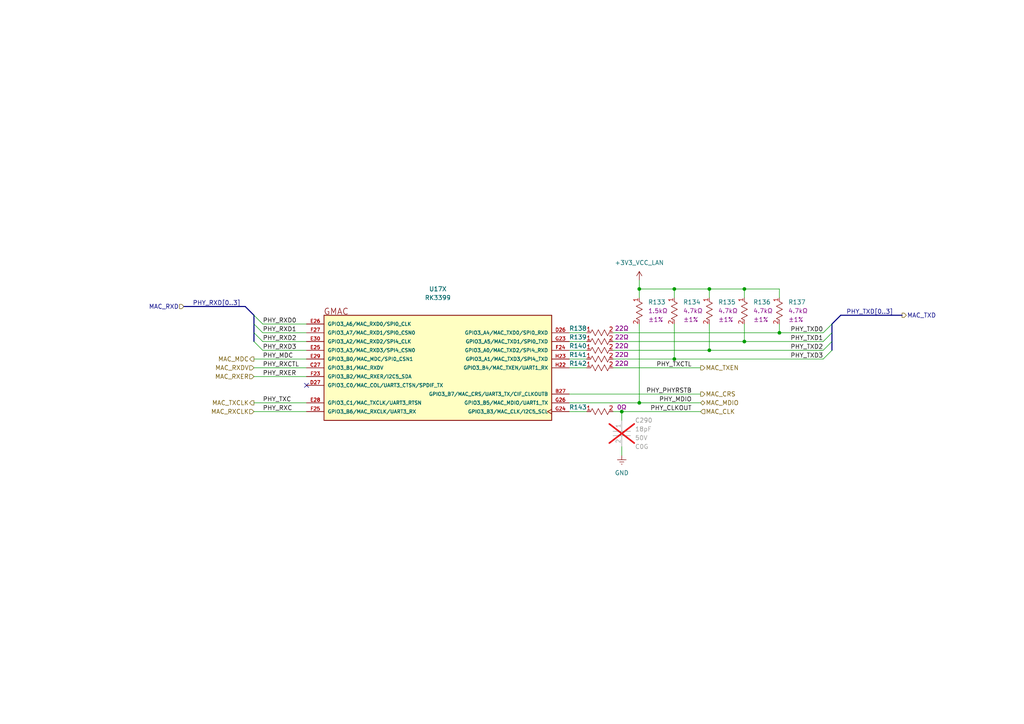
<source format=kicad_sch>
(kicad_sch (version 20250114) (generator "eeschema") (generator_version "9.0")
  (paper "A4")
  (title_block (title "CPU-RK3399 MAC Controller") (date "2026-01-14") (rev "1.0.0") (company "TickLab") (comment 1 "VESA-SBC3399"))
  (lib_symbols
    (symbol "component_library:Capacitors/0402CG180J500NT"
      (property "Reference" "C" (at 1.27 -1.27 0))
      (property "Capacitance" "18pF" (at 0 0 0))
      (property "Voltage - Rated" "50V" (at 0 0 0))
      (property "Temperature Coefficient" "C0G " (at 0 0 0))
      (symbol "Capacitors/0402CG180J500NT_1_1"
        (pin passive line (at 0 0 270) (length 3.175) (name "") (number "1"))
        (pin passive line (at 0 -7.62 90) (length 3.175) (name "") (number "2"))
      )
    )
    (symbol "component_library:Resistors/0402WGF0000TCE"
      (property "Reference" "R" (at 1.27 2.54 0))
      (property "Resistance" "0Ω" (at 0 0 0))
      (property "Tolerance" "±1%" (at 0 0 0))
      (symbol "Resistors/0402WGF0000TCE_1_1"
        (pin passive line (at 0 0 0) (length 1.143) (name "") (number "1"))
        (pin passive line (at 7.62 0 180) (length 1.143) (name "") (number "2"))
      )
    )
    (symbol "component_library:Resistors/0402WGF1501TCE"
      (property "Reference" "R" (at 1.27 2.54 0))
      (property "Resistance" "1.5kΩ" (at 0 0 0))
      (property "Tolerance" "±1%" (at 0 0 0))
      (symbol "Resistors/0402WGF1501TCE_1_1"
        (pin passive line (at 0 0 0) (length 1.143) (name "") (number "1"))
        (pin passive line (at 7.62 0 180) (length 1.143) (name "") (number "2"))
      )
    )
    (symbol "component_library:Resistors/0402WGF220JTCE"
      (property "Reference" "R" (at 1.27 2.54 0))
      (property "Resistance" "22Ω" (at 0 0 0))
      (property "Tolerance" "±1%" (at 0 0 0))
      (symbol "Resistors/0402WGF220JTCE_1_1"
        (pin passive line (at 0 0 0) (length 1.143) (name "") (number "1"))
        (pin passive line (at 7.62 0 180) (length 1.143) (name "") (number "2"))
      )
    )
    (symbol "component_library:Resistors/0402WGF4701TCE"
      (property "Reference" "R" (at 1.27 2.54 0))
      (property "Resistance" "4.7kΩ" (at 0 0 0))
      (property "Tolerance" "±1%" (at 0 0 0))
      (symbol "Resistors/0402WGF4701TCE_1_1"
        (pin passive line (at 0 0 0) (length 1.143) (name "") (number "1"))
        (pin passive line (at 7.62 0 180) (length 1.143) (name "") (number "2"))
      )
    )
    (symbol "component_library:System On Chip (SoC)/RK3399" (pin_names (offset 1.016))
      (property "Reference" "U" (at -22.86 119.38 0))
      (property "Value" "RK3399" (at -18.4683 -124.354 0))
      (symbol "System On Chip (SoC)/RK3399_1_0"
        (text "Internal Logic Ground and Digital IO Ground" (at -30.48 116.84 0) (effects (font (size 1.7823 1.7823)) (justify left bottom)))
        (pin power_in line (at -20.32 114.3 0) (length 5.08) (name "VSS_1") (number "A1"))
        (pin power_in line (at -20.32 111.76 0) (length 5.08) (name "VSS_2") (number "A27"))
        (pin power_in line (at -20.32 109.22 0) (length 5.08) (name "VSS_3") (number "A31"))
        (pin power_in line (at -20.32 106.68 0) (length 5.08) (name "VSS_4") (number "AA3"))
        (pin power_in line (at -20.32 104.14 0) (length 5.08) (name "VSS_5") (number "AA5"))
        (pin power_in line (at -20.32 101.6 0) (length 5.08) (name "VSS_6") (number "AA9"))
        (pin power_in line (at -20.32 99.06 0) (length 5.08) (name "VSS_7") (number "AF18"))
        (pin power_in line (at -20.32 96.52 0) (length 5.08) (name "VSS_8") (number "Y3"))
        (pin power_in line (at -20.32 93.98 0) (length 5.08) (name "VSS_9") (number "AB9"))
        (pin power_in line (at -20.32 91.44 0) (length 5.08) (name "VSS_10") (number "AF20"))
        (pin power_in line (at -20.32 88.9 0) (length 5.08) (name "VSS_11") (number "AD22"))
        (pin power_in line (at -20.32 86.36 0) (length 5.08) (name "VSS_12") (number "AC22"))
        (pin power_in line (at -20.32 83.82 0) (length 5.08) (name "VSS_13") (number "AC20"))
        (pin power_in line (at -20.32 81.28 0) (length 5.08) (name "VSS_14") (number "AE23"))
        (pin power_in line (at -20.32 78.74 0) (length 5.08) (name "VSS_15") (number "Y10"))
        (pin power_in line (at -20.32 76.2 0) (length 5.08) (name "VSS_16") (number "AC3"))
        (pin power_in line (at -20.32 73.66 0) (length 5.08) (name "VSS_17") (number "AD3"))
        (pin power_in line (at -20.32 71.12 0) (length 5.08) (name "VSS_18") (number "AD5"))
        (pin power_in line (at -20.32 68.58 0) (length 5.08) (name "VSS_19") (number "AD10"))
        (pin power_in line (at -20.32 66.04 0) (length 5.08) (name "VSS_20") (number "AF9"))
        (pin power_in line (at -20.32 63.5 0) (length 5.08) (name "VSS_21") (number "AG2"))
        (pin power_in line (at -20.32 60.96 0) (length 5.08) (name "VSS_22") (number "AJ5"))
        (pin power_in line (at -20.32 58.42 0) (length 5.08) (name "VSS_23") (number "AL1"))
        (pin power_in line (at -20.32 55.88 0) (length 5.08) (name "VSS_24") (number "B5"))
        (pin power_in line (at -20.32 53.34 0) (length 5.08) (name "VSS_25") (number "C8"))
        (pin power_in line (at -20.32 50.8 0) (length 5.08) (name "VSS_26") (number "C9"))
        (pin power_in line (at -20.32 48.26 0) (length 5.08) (name "VSS_27") (number "C11"))
        (pin power_in line (at -20.32 45.72 0) (length 5.08) (name "VSS_28") (number "C12"))
        (pin power_in line (at -20.32 43.18 0) (length 5.08) (name "VSS_29") (number "C14"))
        (pin power_in line (at -20.32 40.64 0) (length 5.08) (name "VSS_30") (number "C15"))
        (pin power_in line (at -20.32 38.1 0) (length 5.08) (name "VSS_31") (number "C17"))
        (pin power_in line (at -20.32 35.56 0) (length 5.08) (name "VSS_32") (number "C18"))
        (pin power_in line (at -20.32 33.02 0) (length 5.08) (name "VSS_33") (number "C20"))
        (pin power_in line (at -20.32 30.48 0) (length 5.08) (name "VSS_34") (number "C21"))
        (pin power_in line (at -20.32 27.94 0) (length 5.08) (name "VSS_35") (number "C23"))
        (pin power_in line (at -20.32 25.4 0) (length 5.08) (name "VSS_36") (number "C24"))
        (pin power_in line (at -20.32 22.86 0) (length 5.08) (name "VSS_37") (number "C26"))
        (pin power_in line (at -20.32 20.32 0) (length 5.08) (name "VSS_38") (number "D5"))
        (pin power_in line (at -20.32 17.78 0) (length 5.08) (name "VSS_39") (number "E2"))
        (pin power_in line (at -20.32 15.24 0) (length 5.08) (name "VSS_40") (number "E4"))
        (pin power_in line (at -20.32 12.7 0) (length 5.08) (name "VSS_41") (number "E7"))
        (pin power_in line (at -20.32 10.16 0) (length 5.08) (name "VSS_42") (number "E12"))
        (pin power_in line (at -20.32 7.62 0) (length 5.08) (name "VSS_43") (number "E15"))
        (pin power_in line (at -20.32 5.08 0) (length 5.08) (name "VSS_44") (number "E18"))
        (pin power_in line (at -20.32 2.54 0) (length 5.08) (name "VSS_45") (number "E21"))
        (pin power_in line (at -20.32 0 0) (length 5.08) (name "VSS_46") (number "E24"))
        (pin power_in line (at -20.32 -2.54 0) (length 5.08) (name "VSS_47") (number "E31"))
        (pin power_in line (at -20.32 -5.08 0) (length 5.08) (name "VSS_48") (number "F8"))
        (pin power_in line (at -20.32 -7.62 0) (length 5.08) (name "VSS_49") (number "F15"))
        (pin power_in line (at -20.32 -10.16 0) (length 5.08) (name "VSS_50") (number "F18"))
        (pin power_in line (at -20.32 -12.7 0) (length 5.08) (name "VSS_51") (number "F20"))
        (pin power_in line (at -20.32 -15.24 0) (length 5.08) (name "VSS_52") (number "F21"))
        (pin power_in line (at -20.32 -17.78 0) (length 5.08) (name "VSS_53") (number "G5"))
        (pin power_in line (at -20.32 -20.32 0) (length 5.08) (name "VSS_54") (number "G9"))
        (pin power_in line (at -20.32 -22.86 0) (length 5.08) (name "VSS_55") (number "G18"))
        (pin power_in line (at -20.32 -25.4 0) (length 5.08) (name "VSS_56") (number "G27"))
        (pin power_in line (at -20.32 -27.94 0) (length 5.08) (name "VSS_57") (number "H3"))
        (pin power_in line (at -20.32 -30.48 0) (length 5.08) (name "VSS_58") (number "H9"))
        (pin power_in line (at -20.32 -33.02 0) (length 5.08) (name "VSS_59") (number "H10"))
        (pin power_in line (at -20.32 -35.56 0) (length 5.08) (name "VSS_60") (number "H11"))
        (pin power_in line (at -20.32 -38.1 0) (length 5.08) (name "VSS_61") (number "H12"))
        (pin power_in line (at -20.32 -40.64 0) (length 5.08) (name "VSS_62") (number "H13"))
        (pin power_in line (at -20.32 -43.18 0) (length 5.08) (name "VSS_63") (number "H15"))
        (pin power_in line (at -20.32 -45.72 0) (length 5.08) (name "VSS_64") (number "H16"))
        (pin power_in line (at -20.32 -48.26 0) (length 5.08) (name "VSS_65") (number "H17"))
        (pin power_in line (at -20.32 -50.8 0) (length 5.08) (name "VSS_66") (number "H18"))
        (pin power_in line (at -20.32 -53.34 0) (length 5.08) (name "VSS_67") (number "H26"))
        (pin power_in line (at -20.32 -55.88 0) (length 5.08) (name "VSS_68") (number "J3"))
        (pin power_in line (at -20.32 -58.42 0) (length 5.08) (name "VSS_69") (number "J6"))
        (pin power_in line (at -20.32 -60.96 0) (length 5.08) (name "VSS_70") (number "J7"))
        (pin power_in line (at -20.32 -63.5 0) (length 5.08) (name "VSS_71") (number "J8"))
        (pin power_in line (at -20.32 -66.04 0) (length 5.08) (name "VSS_72") (number "J9"))
        (pin power_in line (at -20.32 -68.58 0) (length 5.08) (name "VSS_73") (number "J10"))
        (pin power_in line (at -20.32 -71.12 0) (length 5.08) (name "VSS_74") (number "K8"))
        (pin power_in line (at -20.32 -73.66 0) (length 5.08) (name "VSS_75") (number "K9"))
        (pin power_in line (at -20.32 -76.2 0) (length 5.08) (name "VSS_76") (number "K10"))
        (pin power_in line (at -20.32 -78.74 0) (length 5.08) (name "VSS_77") (number "K12"))
        (pin power_in line (at -20.32 -81.28 0) (length 5.08) (name "VSS_78") (number "K14"))
        (pin power_in line (at -20.32 -83.82 0) (length 5.08) (name "VSS_79") (number "K16"))
        (pin power_in line (at -20.32 -86.36 0) (length 5.08) (name "VSS_80") (number "K18"))
        (pin power_in line (at -20.32 -88.9 0) (length 5.08) (name "VSS_81") (number "W21"))
        (pin power_in line (at -20.32 -91.44 0) (length 5.08) (name "VSS_82") (number "K20"))
        (pin power_in line (at -20.32 -93.98 0) (length 5.08) (name "VSS_83") (number "N19"))
        (pin power_in line (at -20.32 -96.52 0) (length 5.08) (name "VSS_84") (number "K22"))
        (pin power_in line (at -20.32 -99.06 0) (length 5.08) (name "VSS_85") (number "L3"))
        (pin power_in line (at -20.32 -101.6 0) (length 5.08) (name "VSS_86") (number "L6"))
        (pin power_in line (at -20.32 -104.14 0) (length 5.08) (name "VSS_87") (number "L8"))
        (pin power_in line (at -20.32 -106.68 0) (length 5.08) (name "VSS_88") (number "L11"))
        (pin power_in line (at -20.32 -109.22 0) (length 5.08) (name "VSS_89") (number "L12"))
        (pin power_in line (at -20.32 -111.76 0) (length 5.08) (name "VSS_90") (number "L13"))
        (pin power_in line (at 20.32 114.3 180) (length 5.08) (name "VSS_91") (number "L14"))
        (pin power_in line (at 20.32 111.76 180) (length 5.08) (name "VSS_92") (number "L15"))
        (pin power_in line (at 20.32 109.22 180) (length 5.08) (name "VSS_93") (number "L16"))
        (pin power_in line (at 20.32 106.68 180) (length 5.08) (name "VSS_94") (number "N17"))
        (pin power_in line (at 20.32 104.14 180) (length 5.08) (name "VSS_95") (number "Y17"))
        (pin power_in line (at 20.32 101.6 180) (length 5.08) (name "VSS_96") (number "L20"))
        (pin power_in line (at 20.32 99.06 180) (length 5.08) (name "VSS_97") (number "L22"))
        (pin power_in line (at 20.32 96.52 180) (length 5.08) (name "VSS_98") (number "N21"))
        (pin power_in line (at 20.32 93.98 180) (length 5.08) (name "VSS_99") (number "L27"))
        (pin power_in line (at 20.32 91.44 180) (length 5.08) (name "VSS_100") (number "M3"))
        (pin power_in line (at 20.32 88.9 180) (length 5.08) (name "VSS_101") (number "M8"))
        (pin power_in line (at 20.32 86.36 180) (length 5.08) (name "VSS_102") (number "M10"))
        (pin power_in line (at 20.32 83.82 180) (length 5.08) (name "VSS_103") (number "M16"))
        (pin power_in line (at 20.32 81.28 180) (length 5.08) (name "VSS_104") (number "M23"))
        (pin power_in line (at 20.32 78.74 180) (length 5.08) (name "VSS_105") (number "N8"))
        (pin power_in line (at 20.32 76.2 180) (length 5.08) (name "VSS_106") (number "P11"))
        (pin power_in line (at 20.32 73.66 180) (length 5.08) (name "VSS_107") (number "P12"))
        (pin power_in line (at 20.32 71.12 180) (length 5.08) (name "VSS_108") (number "N13"))
        (pin power_in line (at 20.32 68.58 180) (length 5.08) (name "VSS_109") (number "N14"))
        (pin power_in line (at 20.32 66.04 180) (length 5.08) (name "VSS_110") (number "N15"))
        (pin power_in line (at 20.32 63.5 180) (length 5.08) (name "VSS_111") (number "N16"))
        (pin power_in line (at 20.32 60.96 180) (length 5.08) (name "VSS_112") (number "P3"))
        (pin power_in line (at 20.32 58.42 180) (length 5.08) (name "VSS_113") (number "P6"))
        (pin power_in line (at 20.32 55.88 180) (length 5.08) (name "VSS_114") (number "P7"))
        (pin power_in line (at 20.32 53.34 180) (length 5.08) (name "VSS_115") (number "P8"))
        (pin power_in line (at 20.32 50.8 180) (length 5.08) (name "VSS_116") (number "P10"))
        (pin power_in line (at 20.32 48.26 180) (length 5.08) (name "VSS_117") (number "P16"))
        (pin power_in line (at 20.32 45.72 180) (length 5.08) (name "VSS_118") (number "Y16"))
        (pin power_in line (at 20.32 43.18 180) (length 5.08) (name "VSS_119") (number "P19"))
        (pin power_in line (at 20.32 40.64 180) (length 5.08) (name "VSS_120") (number "R21"))
        (pin power_in line (at 20.32 38.1 180) (length 5.08) (name "VSS_121") (number "P21"))
        (pin power_in line (at 20.32 35.56 180) (length 5.08) (name "VSS_122") (number "T19"))
        (pin power_in line (at 20.32 33.02 180) (length 5.08) (name "VSS_123") (number "R3"))
        (pin power_in line (at 20.32 30.48 180) (length 5.08) (name "VSS_124") (number "R5"))
        (pin power_in line (at 20.32 27.94 180) (length 5.08) (name "VSS_125") (number "R6"))
        (pin power_in line (at 20.32 25.4 180) (length 5.08) (name "VSS_126") (number "U11"))
        (pin power_in line (at 20.32 22.86 180) (length 5.08) (name "VSS_127") (number "U12"))
        (pin power_in line (at 20.32 20.32 180) (length 5.08) (name "VSS_128") (number "W13"))
        (pin power_in line (at 20.32 17.78 180) (length 5.08) (name "VSS_129") (number "R14"))
        (pin power_in line (at 20.32 15.24 180) (length 5.08) (name "VSS_130") (number "R15"))
        (pin power_in line (at 20.32 12.7 180) (length 5.08) (name "VSS_131") (number "R16"))
        (pin power_in line (at 20.32 10.16 180) (length 5.08) (name "VSS_132") (number "AC21"))
        (pin power_in line (at 20.32 7.62 180) (length 5.08) (name "VSS_133") (number "R23"))
        (pin power_in line (at 20.32 5.08 180) (length 5.08) (name "VSS_134") (number "T8"))
        (pin power_in line (at 20.32 2.54 180) (length 5.08) (name "VSS_135") (number "T10"))
        (pin power_in line (at 20.32 0 180) (length 5.08) (name "VSS_136") (number "Y12"))
        (pin power_in line (at 20.32 -2.54 180) (length 5.08) (name "VSS_137") (number "U14"))
        (pin power_in line (at 20.32 -5.08 180) (length 5.08) (name "VSS_138") (number "T16"))
        (pin power_in line (at 20.32 -7.62 180) (length 5.08) (name "VSS_139") (number "T21"))
        (pin power_in line (at 20.32 -10.16 180) (length 5.08) (name "VSS_140") (number "AB19"))
        (pin power_in line (at 20.32 -12.7 180) (length 5.08) (name "VSS_141") (number "U3"))
        (pin power_in line (at 20.32 -15.24 180) (length 5.08) (name "VSS_142") (number "U8"))
        (pin power_in line (at 20.32 -17.78 180) (length 5.08) (name "VSS_143") (number "U15"))
        (pin power_in line (at 20.32 -20.32 180) (length 5.08) (name "VSS_144") (number "U16"))
        (pin power_in line (at 20.32 -22.86 180) (length 5.08) (name "VSS_145") (number "AC18"))
        (pin power_in line (at 20.32 -25.4 180) (length 5.08) (name "VSS_146") (number "U19"))
        (pin power_in line (at 20.32 -27.94 180) (length 5.08) (name "VSS_147") (number "U21"))
        (pin power_in line (at 20.32 -30.48 180) (length 5.08) (name "VSS_148") (number "V17"))
        (pin power_in line (at 20.32 -33.02 180) (length 5.08) (name "VSS_149") (number "U22"))
        (pin power_in line (at 20.32 -35.56 180) (length 5.08) (name "VSS_150") (number "U29"))
        (pin power_in line (at 20.32 -38.1 180) (length 5.08) (name "VSS_151") (number "V3"))
        (pin power_in line (at 20.32 -40.64 180) (length 5.08) (name "VSS_152") (number "V5"))
        (pin power_in line (at 20.32 -43.18 180) (length 5.08) (name "VSS_153") (number "V8"))
        (pin power_in line (at 20.32 -45.72 180) (length 5.08) (name "VSS_154") (number "V10"))
        (pin power_in line (at 20.32 -48.26 180) (length 5.08) (name "VSS_155") (number "Y11"))
        (pin power_in line (at 20.32 -50.8 180) (length 5.08) (name "VSS_156") (number "Y14"))
        (pin power_in line (at 20.32 -53.34 180) (length 5.08) (name "VSS_157") (number "Y15"))
        (pin power_in line (at 20.32 -55.88 180) (length 5.08) (name "VSS_158") (number "W22"))
        (pin power_in line (at 20.32 -58.42 180) (length 5.08) (name "VSS_159") (number "W17"))
        (pin power_in line (at 20.32 -60.96 180) (length 5.08) (name "VSS_160") (number "W30"))
        (pin power_in line (at 20.32 -63.5 180) (length 5.08) (name "VSS_161") (number "W8"))
        (pin power_in line (at 20.32 -66.04 180) (length 5.08) (name "VSS_162") (number "W9"))
        (pin power_in line (at 20.32 -68.58 180) (length 5.08) (name "VSS_163") (number "AD21"))
        (pin power_in line (at 20.32 -71.12 180) (length 5.08) (name "VSS_164") (number "Y13"))
        (pin power_in line (at 20.32 -73.66 180) (length 5.08) (name "VSS_165") (number "R18"))
        (pin power_in line (at 20.32 -76.2 180) (length 5.08) (name "VSS_166") (number "Y9"))
        (pin power_in line (at 20.32 -78.74 180) (length 5.08) (name "VSS_167") (number "W19"))
        (pin power_in line (at 20.32 -81.28 180) (length 5.08) (name "VSS_168") (number "T18"))
        (pin power_in line (at 20.32 -83.82 180) (length 5.08) (name "VSS_169") (number "W18"))
        (pin power_in line (at 20.32 -86.36 180) (length 5.08) (name "VSS_170") (number "Y20"))
        (pin power_in line (at 20.32 -88.9 180) (length 5.08) (name "VSS_171") (number "AJ28"))
        (pin power_in line (at 20.32 -91.44 180) (length 5.08) (name "VSS_172") (number "AJ21"))
        (pin power_in line (at 20.32 -93.98 180) (length 5.08) (name "VSS_173") (number "AJ23"))
        (pin power_in line (at 20.32 -96.52 180) (length 5.08) (name "VSS_174") (number "AJ24"))
        (pin power_in line (at 20.32 -99.06 180) (length 5.08) (name "VSS_175") (number "AJ26"))
        (pin power_in line (at 20.32 -101.6 180) (length 5.08) (name "VSS_176") (number "AJ27"))
        (pin power_in line (at 20.32 -104.14 180) (length 5.08) (name "VSS_177") (number "AA13"))
        (pin power_in line (at 20.32 -106.68 180) (length 5.08) (name "VSS_178") (number "AL31"))
        (pin power_in line (at 20.32 -109.22 180) (length 5.08) (name "VSS_179") (number "AA10"))
        (pin power_in line (at 20.32 -111.76 180) (length 5.08) (name "VSS_180") (number "AJ20"))
      )
      (symbol "System On Chip (SoC)/RK3399_2_0"
        (text "Analog Ground" (at -15.3236 48.4013 0) (effects (font (size 1.784 1.784)) (justify left bottom)))
        (pin power_in line (at -20.32 43.18 0) (length 5.08) (name "AVSS_1") (number "Y23"))
        (pin power_in line (at -20.32 40.64 0) (length 5.08) (name "AVSS_2") (number "AF23"))
        (pin power_in line (at -20.32 38.1 0) (length 5.08) (name "AVSS_3") (number "AF24"))
        (pin power_in line (at -20.32 35.56 0) (length 5.08) (name "AVSS_4") (number "AA23"))
        (pin power_in line (at -20.32 33.02 0) (length 5.08) (name "AVSS_5") (number "AB23"))
        (pin power_in line (at -20.32 30.48 0) (length 5.08) (name "AVSS_6") (number "AA26"))
        (pin power_in line (at -20.32 27.94 0) (length 5.08) (name "AVSS_7") (number "AA29"))
        (pin power_in line (at -20.32 25.4 0) (length 5.08) (name "AVSS_8") (number "AB11"))
        (pin power_in line (at -20.32 22.86 0) (length 5.08) (name "AVSS_9") (number "AB13"))
        (pin power_in line (at -20.32 20.32 0) (length 5.08) (name "AVSS_10") (number "AC15"))
        (pin power_in line (at -20.32 17.78 0) (length 5.08) (name "AVSS_11") (number "AD13"))
        (pin power_in line (at -20.32 15.24 0) (length 5.08) (name "AVSS_12") (number "AB10"))
        (pin power_in line (at -20.32 12.7 0) (length 5.08) (name "AVSS_13") (number "AA11"))
        (pin power_in line (at -20.32 10.16 0) (length 5.08) (name "AVSS_14") (number "AC26"))
        (pin power_in line (at -20.32 7.62 0) (length 5.08) (name "AVSS_15") (number "AC29"))
        (pin power_in line (at -20.32 5.08 0) (length 5.08) (name "AVSS_16") (number "AD17"))
        (pin power_in line (at -20.32 2.54 0) (length 5.08) (name "AVSS_17") (number "AA12"))
        (pin power_in line (at -20.32 0 0) (length 5.08) (name "AVSS_18") (number "AC16"))
        (pin power_in line (at -20.32 -2.54 0) (length 5.08) (name "AVSS_19") (number "AC23"))
        (pin power_in line (at -20.32 -5.08 0) (length 5.08) (name "AVSS_20") (number "AD29"))
        (pin power_in line (at -20.32 -7.62 0) (length 5.08) (name "AVSS_21") (number "AE11"))
        (pin power_in line (at -20.32 -10.16 0) (length 5.08) (name "AVSS_22") (number "AE12"))
        (pin power_in line (at -20.32 -12.7 0) (length 5.08) (name "AVSS_23") (number "AE14"))
        (pin power_in line (at -20.32 -15.24 0) (length 5.08) (name "AVSS_24") (number "AE17"))
        (pin power_in line (at -20.32 -17.78 0) (length 5.08) (name "AVSS_25") (number "AE27"))
        (pin power_in line (at -20.32 -20.32 0) (length 5.08) (name "AVSS_26") (number "AA14"))
        (pin power_in line (at -20.32 -22.86 0) (length 5.08) (name "AVSS_27") (number "AF17"))
        (pin power_in line (at -20.32 -25.4 0) (length 5.08) (name "AVSS_28") (number "AF29"))
        (pin power_in line (at -20.32 -27.94 0) (length 5.08) (name "AVSS_29") (number "AG29"))
        (pin power_in line (at -20.32 -30.48 0) (length 5.08) (name "AVSS_30") (number "AH29"))
        (pin power_in line (at -20.32 -33.02 0) (length 5.08) (name "AVSS_31") (number "AJ6"))
        (pin power_in line (at -20.32 -35.56 0) (length 5.08) (name "AVSS_32") (number "AJ8"))
        (pin power_in line (at -20.32 -38.1 0) (length 5.08) (name "AVSS_33") (number "AJ9"))
        (pin power_in line (at -20.32 -40.64 0) (length 5.08) (name "AVSS_34") (number "AJ11"))
        (pin power_in line (at -20.32 -43.18 0) (length 5.08) (name "AVSS_35") (number "AJ12"))
        (pin power_in line (at 20.32 43.18 180) (length 5.08) (name "AVSS_36") (number "AJ14"))
        (pin power_in line (at 20.32 40.64 180) (length 5.08) (name "AVSS_37") (number "AJ15"))
        (pin power_in line (at 20.32 38.1 180) (length 5.08) (name "AVSS_38") (number "AJ17"))
        (pin power_in line (at 20.32 35.56 180) (length 5.08) (name "AVSS_39") (number "AJ18"))
        (pin power_in line (at 20.32 33.02 180) (length 5.08) (name "AVSS_40") (number "AD26"))
        (pin power_in line (at 20.32 30.48 180) (length 5.08) (name "AVSS_41") (number "AB16"))
        (pin power_in line (at 20.32 27.94 180) (length 5.08) (name "AVSS_42") (number "AB15"))
        (pin power_in line (at 20.32 25.4 180) (length 5.08) (name "AVSS_43") (number "AC17"))
        (pin power_in line (at 20.32 22.86 180) (length 5.08) (name "AVSS_44") (number "AC11"))
        (pin power_in line (at 20.32 20.32 180) (length 5.08) (name "AVSS_45") (number "AC13"))
        (pin power_in line (at 20.32 17.78 180) (length 5.08) (name "AVSS_46") (number "W23"))
        (pin power_in line (at 20.32 15.24 180) (length 5.08) (name "AVSS_47") (number "AJ29"))
        (pin power_in line (at 20.32 12.7 180) (length 5.08) (name "AVSS_48") (number "Y29"))
        (pin power_in line (at 20.32 10.16 180) (length 5.08) (name "AVSS_49") (number "U23"))
        (pin power_in line (at 20.32 7.62 180) (length 5.08) (name "AVSS_50") (number "V23"))
        (pin power_in line (at 20.32 5.08 180) (length 5.08) (name "AVSS_51") (number "AC25"))
        (pin power_in line (at 20.32 2.54 180) (length 5.08) (name "AVSS_52") (number "AB17"))
        (pin power_in line (at 20.32 0 180) (length 5.08) (name "AVSS_53") (number "AA15"))
        (pin power_in line (at 20.32 -7.62 180) (length 5.08) (name "EDP_AVSS_1") (number "B31"))
        (pin power_in line (at 20.32 -10.16 180) (length 5.08) (name "EDP_AVSS_2") (number "C28"))
        (pin power_in line (at 20.32 -12.7 180) (length 5.08) (name "EDP_AVSS_3") (number "C29"))
        (pin power_in line (at 20.32 -15.24 180) (length 5.08) (name "EDP_AVSS_4") (number "D29"))
        (pin power_in line (at 20.32 -17.78 180) (length 5.08) (name "EDP_AVSS_5") (number "H19"))
        (pin power_in line (at 20.32 -20.32 180) (length 5.08) (name "EDP_AVSS_6") (number "J21"))
        (pin power_in line (at 20.32 -30.48 180) (length 5.08) (name "PLL_AVSS") (number "P17"))
      )
      (symbol "System On Chip (SoC)/RK3399_3_0"
        (text "Internal Center Logic Power" (at -17.78 7.62 0) (effects (font (size 1.7808 1.7808)) (justify left bottom)))
        (pin power_in line (at -25.4 5.08 0) (length 5.08) (name "CENTERLOGIC_VDD_1") (number "M11"))
        (pin power_in line (at -25.4 2.54 0) (length 5.08) (name "CENTERLOGIC_VDD_2") (number "M12"))
        (pin power_in line (at -25.4 0 0) (length 5.08) (name "CENTERLOGIC_VDD_3") (number "M13"))
        (pin power_in line (at -25.4 -2.54 0) (length 5.08) (name "CENTERLOGIC_VDD_4") (number "M14"))
        (pin power_in line (at -25.4 -5.08 0) (length 5.08) (name "CENTERLOGIC_VDD_5") (number "M15"))
        (pin power_in line (at 25.4 5.08 180) (length 5.08) (name "CENTERLOGIC_VDD_6") (number "N11"))
        (pin power_in line (at 25.4 2.54 180) (length 5.08) (name "CENTERLOGIC_VDD_7") (number "N12"))
        (pin power_in line (at 25.4 0 180) (length 5.08) (name "CENTERLOGIC_VDD_8") (number "P13"))
        (pin power_in line (at 25.4 -2.54 180) (length 5.08) (name "CENTERLOGIC_VDD_9") (number "P14"))
        (pin power_in line (at 25.4 -5.08 180) (length 5.08) (name "CENTERLOGIC_VDD_10") (number "P15"))
      )
      (symbol "System On Chip (SoC)/RK3399_4_0"
        (text "Internal GPU Power" (at -15.3324 15.3417 0) (effects (font (size 1.7843 1.7843)) (justify left bottom)))
        (pin power_in line (at -20.32 12.7 0) (length 5.08) (name "GPU_VDD_1") (number "W11"))
        (pin power_in line (at -20.32 10.16 0) (length 5.08) (name "GPU_VDD_2") (number "W12"))
        (pin power_in line (at -20.32 7.62 0) (length 5.08) (name "GPU_VDD_3") (number "W14"))
        (pin power_in line (at -20.32 5.08 0) (length 5.08) (name "GPU_VDD_4") (number "V15"))
        (pin power_in line (at -20.32 2.54 0) (length 5.08) (name "GPU_VDD_5") (number "V14"))
        (pin power_in line (at -20.32 0 0) (length 5.08) (name "GPU_VDD_6") (number "V13"))
        (pin power_in line (at -20.32 -2.54 0) (length 5.08) (name "GPU_VDD_7") (number "U13"))
        (pin power_in line (at -20.32 -5.08 0) (length 5.08) (name "GPU_VDD_8") (number "R11"))
        (pin power_in line (at -20.32 -7.62 0) (length 5.08) (name "GPU_VDD_9") (number "R12"))
        (pin power_in line (at -20.32 -10.16 0) (length 5.08) (name "GPU_VDD_10") (number "T11"))
        (pin power_in line (at 20.32 12.7 180) (length 5.08) (name "GPU_VDD_11") (number "T12"))
        (pin power_in line (at 20.32 10.16 180) (length 5.08) (name "GPU_VDD_12") (number "T13"))
        (pin power_in line (at 20.32 7.62 180) (length 5.08) (name "GPU_VDD_13") (number "R13"))
        (pin power_in line (at 20.32 5.08 180) (length 5.08) (name "GPU_VDD_14") (number "T14"))
        (pin power_in line (at 20.32 2.54 180) (length 5.08) (name "GPU_VDD_15") (number "V11"))
        (pin power_in line (at 20.32 0 180) (length 5.08) (name "GPU_VDD_16") (number "V12"))
        (pin power_in line (at 20.32 -2.54 180) (length 5.08) (name "GPU_VDD_17") (number "V16"))
        (pin power_in line (at 20.32 -5.08 180) (length 5.08) (name "GPU_VDD_18") (number "W16"))
        (pin power_in line (at 20.32 -7.62 180) (length 5.08) (name "GPU_VDD_19") (number "W15"))
        (pin power_in line (at 20.32 -10.16 180) (length 5.08) (name "GPU_VDD_20") (number "W10"))
        (pin power_out line (at 20.32 -12.7 180) (length 5.08) (name "GPU_VDD_COM") (number "T15"))
      )
      (symbol "System On Chip (SoC)/RK3399_5_0"
        (text "Internal BIG CPU A72 Power" (at -17.78 10.16 0) (effects (font (size 1.7837 1.7837)) (justify left bottom)))
        (pin power_in line (at -20.32 7.62 0) (length 5.08) (name "BIGCPU_VDD_1") (number "L19"))
        (pin power_in line (at -20.32 5.08 0) (length 5.08) (name "BIGCPU_VDD_2") (number "L21"))
        (pin power_in line (at -20.32 2.54 0) (length 5.08) (name "BIGCPU_VDD_3") (number "M18"))
        (pin power_in line (at -20.32 0 0) (length 5.08) (name "BIGCPU_VDD_4") (number "M19"))
        (pin power_in line (at -20.32 -2.54 0) (length 5.08) (name "BIGCPU_VDD_5") (number "M20"))
        (pin power_in line (at -20.32 -5.08 0) (length 5.08) (name "BIGCPU_VDD_6") (number "M21"))
        (pin power_in line (at -20.32 -7.62 0) (length 5.08) (name "BIGCPU_VDD_7") (number "M22"))
        (pin power_in line (at 20.32 7.62 180) (length 5.08) (name "BIGCPU_VDD_8") (number "L18"))
        (pin power_in line (at 20.32 5.08 180) (length 5.08) (name "BIGCPU_VDD_9") (number "N22"))
        (pin power_in line (at 20.32 2.54 180) (length 5.08) (name "BIGCPU_VDD_10") (number "N20"))
        (pin power_in line (at 20.32 0 180) (length 5.08) (name "BIGCPU_VDD_11") (number "L23"))
        (pin power_in line (at 20.32 -2.54 180) (length 5.08) (name "BIGCPU_VDD_12") (number "K19"))
        (pin power_in line (at 20.32 -5.08 180) (length 5.08) (name "BIGCPU_VDD_13") (number "K21"))
        (pin power_out line (at 20.32 -7.62 180) (length 5.08) (name "BIGCPU_VDD_COM") (number "N18"))
      )
      (symbol "System On Chip (SoC)/RK3399_6_0"
        (text "Internal Logic Power" (at -15.24 10.16 0) (effects (font (size 1.7838 1.7838)) (justify left bottom)))
        (pin power_in line (at -20.32 7.62 0) (length 5.08) (name "LOGIC_VDD_1") (number "V22"))
        (pin power_in line (at -20.32 5.08 0) (length 5.08) (name "LOGIC_VDD_2") (number "V21"))
        (pin power_in line (at -20.32 2.54 0) (length 5.08) (name "LOGIC_VDD_3") (number "V20"))
        (pin power_in line (at -20.32 0 0) (length 5.08) (name "LOGIC_VDD_4") (number "V19"))
        (pin power_in line (at -20.32 -2.54 0) (length 5.08) (name "LOGIC_VDD_5") (number "V18"))
        (pin power_in line (at -20.32 -5.08 0) (length 5.08) (name "LOGIC_VDD_6") (number "W20"))
        (pin power_in line (at 20.32 7.62 180) (length 5.08) (name "LOGIC_VDD_7") (number "U18"))
        (pin power_in line (at 20.32 5.08 180) (length 5.08) (name "LOGIC_VDD_8") (number "U17"))
        (pin power_in line (at 20.32 2.54 180) (length 5.08) (name "LOGIC_VDD_9") (number "M17"))
        (pin power_in line (at 20.32 0 180) (length 5.08) (name "LOGIC_VDD_10") (number "L17"))
        (pin power_in line (at 20.32 -2.54 180) (length 5.08) (name "LOGIC_VDD_11") (number "T17"))
        (pin power_in line (at 20.32 -5.08 180) (length 5.08) (name "LOGIC_VDD_12") (number "U20"))
      )
      (symbol "System On Chip (SoC)/RK3399_7_0"
        (text "Internal LITTLE CPU A53 Power" (at -20.4095 5.1351 0) (effects (font (size 1.7835 1.7835)) (justify left bottom)))
        (pin power_in line (at -20.32 2.54 0) (length 5.08) (name "LITCPU_VDD_1") (number "P20"))
        (pin power_in line (at -20.32 0 0) (length 5.08) (name "LITCPU_VDD_2") (number "R19"))
        (pin power_in line (at -20.32 -2.54 0) (length 5.08) (name "LITCPU_VDD_3") (number "R20"))
        (pin power_in line (at -20.32 -5.08 0) (length 5.08) (name "LITCPU_VDD_4") (number "P22"))
        (pin power_in line (at 20.32 2.54 180) (length 5.08) (name "LITCPU_VDD_5") (number "T22"))
        (pin power_in line (at 20.32 0 180) (length 5.08) (name "LITCPU_VDD_6") (number "T20"))
        (pin power_in line (at 20.32 -2.54 180) (length 5.08) (name "LITCPU_VDD_7") (number "R22"))
      )
      (symbol "System On Chip (SoC)/RK3399_8_0"
        (text "PCIe differential data I/O signals" (at -20.4082 22.9382 0) (effects (font (size 1.7834 1.7834)) (justify left bottom)))
        (pin input line (at -25.4 20.32 0) (length 5.08) (name "PCIE_RX0_P") (number "AF30"))
        (pin input line (at -25.4 17.78 0) (length 5.08) (name "PCIE_RX0_N") (number "AF31"))
        (pin input line (at -25.4 12.7 0) (length 5.08) (name "PCIE_RX1_P") (number "AH30"))
        (pin input line (at -25.4 10.16 0) (length 5.08) (name "PCIE_RX1_N") (number "AH31"))
        (pin input line (at -25.4 5.08 0) (length 5.08) (name "PCIE_RX2_P") (number "AC27"))
        (pin input line (at -25.4 2.54 0) (length 5.08) (name "PCIE_RX2_N") (number "AC28"))
        (pin input line (at -25.4 -2.54 0) (length 5.08) (name "PCIE_RX3_P") (number "AF27"))
        (pin input line (at -25.4 -5.08 0) (length 5.08) (name "PCIE_RX3_N") (number "AF28"))
        (pin input clock (at -25.4 -10.16 0) (length 5.08) (name "GPIO4_D0/PCIE_CLKREQNB") (number "AE6"))
        (pin output line (at 25.4 20.32 180) (length 5.08) (name "PCIE_TX0_P") (number "AE30"))
        (pin output line (at 25.4 17.78 180) (length 5.08) (name "PCIE_TX0_N") (number "AE31"))
        (pin output line (at 25.4 12.7 180) (length 5.08) (name "PCIE_TX1_P") (number "AG30"))
        (pin output line (at 25.4 10.16 180) (length 5.08) (name "PCIE_TX1_N") (number "AG31"))
        (pin output line (at 25.4 5.08 180) (length 5.08) (name "PCIE_TX2_P") (number "AA27"))
        (pin output line (at 25.4 2.54 180) (length 5.08) (name "PCIE_TX2_N") (number "AA28"))
        (pin output line (at 25.4 -2.54 180) (length 5.08) (name "PCIE_TX3_P") (number "AD27"))
        (pin output line (at 25.4 -5.08 180) (length 5.08) (name "PCIE_TX3_N") (number "AD28"))
        (pin output line (at 25.4 -10.16 180) (length 5.08) (name "PCIE_RCLK_100M_P") (number "AD31"))
        (pin output line (at 25.4 -12.7 180) (length 5.08) (name "PCIE_RCLK_100M_N") (number "AD30"))
        (pin power_in line (at 25.4 -17.78 180) (length 5.08) (name "PCIE_AVDD_0V9") (number "W24"))
        (pin power_in line (at 25.4 -20.32 180) (length 5.08) (name "PCIE_AVDD_1V8") (number "Y24"))
      )
      (symbol "System On Chip (SoC)/RK3399_9_0"
        (text "DDRC0" (at -20.4006 73.8062 0) (effects (font (size 1.7827 1.7827)) (justify left bottom)))
        (pin bidirectional line (at -25.4 71.12 0) (length 5.08) (name "DDR0_DQ0") (number "AB2"))
        (pin bidirectional line (at -25.4 68.58 0) (length 5.08) (name "DDR0_DQ1") (number "AB1"))
        (pin bidirectional line (at -25.4 66.04 0) (length 5.08) (name "DDR0_DQ2") (number "AA2"))
        (pin bidirectional line (at -25.4 63.5 0) (length 5.08) (name "DDR0_DQ3") (number "AA1"))
        (pin bidirectional line (at -25.4 60.96 0) (length 5.08) (name "DDR0_DQ4") (number "Y2"))
        (pin bidirectional line (at -25.4 58.42 0) (length 5.08) (name "DDR0_DQ5") (number "Y1"))
        (pin bidirectional line (at -25.4 55.88 0) (length 5.08) (name "DDR0_DQ6") (number "W1"))
        (pin bidirectional line (at -25.4 53.34 0) (length 5.08) (name "DDR0_DQ7") (number "W2"))
        (pin bidirectional line (at -25.4 50.8 0) (length 5.08) (name "DDR0_DQ8") (number "AF2"))
        (pin bidirectional line (at -25.4 48.26 0) (length 5.08) (name "DDR0_DQ9") (number "AE2"))
        (pin bidirectional line (at -25.4 45.72 0) (length 5.08) (name "DDR0_DQ10") (number "AF1"))
        (pin bidirectional line (at -25.4 43.18 0) (length 5.08) (name "DDR0_DQ11") (number "AD2"))
        (pin bidirectional line (at -25.4 40.64 0) (length 5.08) (name "DDR0_DQ12") (number "AE1"))
        (pin bidirectional line (at -25.4 38.1 0) (length 5.08) (name "DDR0_DQ13") (number "AD1"))
        (pin bidirectional line (at -25.4 35.56 0) (length 5.08) (name "DDR0_DQ14") (number "AC1"))
        (pin bidirectional line (at -25.4 33.02 0) (length 5.08) (name "DDR0_DQ15") (number "AC2"))
        (pin bidirectional line (at -25.4 30.48 0) (length 5.08) (name "DDR0_DQ16") (number "V1"))
        (pin bidirectional line (at -25.4 27.94 0) (length 5.08) (name "DDR0_DQ17") (number "V2"))
        (pin bidirectional line (at -25.4 25.4 0) (length 5.08) (name "DDR0_DQ18") (number "U1"))
        (pin bidirectional line (at -25.4 22.86 0) (length 5.08) (name "DDR0_DQ19") (number "U2"))
        (pin bidirectional line (at -25.4 20.32 0) (length 5.08) (name "DDR0_DQ20") (number "T1"))
        (pin bidirectional line (at -25.4 17.78 0) (length 5.08) (name "DDR0_DQ21") (number "T2"))
        (pin bidirectional line (at -25.4 15.24 0) (length 5.08) (name "DDR0_DQ22") (number "R2"))
        (pin bidirectional line (at -25.4 12.7 0) (length 5.08) (name "DDR0_DQ23") (number "R1"))
        (pin bidirectional line (at -25.4 10.16 0) (length 5.08) (name "DDR0_DQ24") (number "P1"))
        (pin bidirectional line (at -25.4 7.62 0) (length 5.08) (name "DDR0_DQ25") (number "P2"))
        (pin bidirectional line (at -25.4 5.08 0) (length 5.08) (name "DDR0_DQ26") (number "N1"))
        (pin bidirectional line (at -25.4 2.54 0) (length 5.08) (name "DDR0_DQ27") (number "M1"))
        (pin bidirectional line (at -25.4 0 0) (length 5.08) (name "DDR0_DQ28") (number "N2"))
        (pin bidirectional line (at -25.4 -2.54 0) (length 5.08) (name "DDR0_DQ29") (number "L1"))
        (pin bidirectional line (at -25.4 -5.08 0) (length 5.08) (name "DDR0_DQ30") (number "M2"))
        (pin bidirectional line (at -25.4 -7.62 0) (length 5.08) (name "DDR0_DQ31") (number "L2"))
        (pin bidirectional line (at -25.4 -15.24 0) (length 5.08) (name "DDR0_DQS0P") (number "Y4"))
        (pin bidirectional line (at -25.4 -17.78 0) (length 5.08) (name "DDR0_DQS0N") (number "AA4"))
        (pin bidirectional line (at -25.4 -20.32 0) (length 5.08) (name "DDR0_DQS1P") (number "AC4"))
        (pin bidirectional line (at -25.4 -22.86 0) (length 5.08) (name "DDR0_DQS1N") (number "AD4"))
        (pin bidirectional line (at -25.4 -25.4 0) (length 5.08) (name "DDR0_DQS2P") (number "U4"))
        (pin bidirectional line (at -25.4 -27.94 0) (length 5.08) (name "DDR0_DQS2N") (number "V4"))
        (pin bidirectional line (at -25.4 -30.48 0) (length 5.08) (name "DDR0_DQS3P") (number "P4"))
        (pin bidirectional line (at -25.4 -33.02 0) (length 5.08) (name "DDR0_DQS3N") (number "R4"))
        (pin bidirectional line (at -25.4 -38.1 0) (length 5.08) (name "DDR0_PZQ") (number "R7"))
        (pin power_in line (at -25.4 -58.42 0) (length 5.08) (name "DDR0PLL_AVDD_0V9") (number "R8"))
        (pin power_in line (at -25.4 -60.96 0) (length 5.08) (name "DDR0_CLK_VDD") (number "M7"))
        (pin power_in line (at -25.4 -63.5 0) (length 5.08) (name "DDR0_VDD_1") (number "L9"))
        (pin power_in line (at -25.4 -66.04 0) (length 5.08) (name "DDR0_VDD_2") (number "L10"))
        (pin power_in line (at -25.4 -68.58 0) (length 5.08) (name "DDR0_VDD_3") (number "M9"))
        (pin power_in line (at -25.4 -71.12 0) (length 5.08) (name "DDR0_VDD_4") (number "N9"))
        (pin power_in line (at -25.4 -73.66 0) (length 5.08) (name "DDR0_VDD_5") (number "N10"))
        (pin power_in line (at -25.4 -76.2 0) (length 5.08) (name "DDR0_VDD_6") (number "P9"))
        (pin power_in line (at -25.4 -78.74 0) (length 5.08) (name "DDR0_VDD_7") (number "R9"))
        (pin output line (at 25.4 71.12 180) (length 5.08) (name "DDR0_CLK0P") (number "H4"))
        (pin output line (at 25.4 68.58 180) (length 5.08) (name "DDR0_CLK0N") (number "J4"))
        (pin output line (at 25.4 66.04 180) (length 5.08) (name "DDR0_CLK1P") (number "H5"))
        (pin output line (at 25.4 63.5 180) (length 5.08) (name "DDR0_CLK1N") (number "J5"))
        (pin output line (at 25.4 58.42 180) (length 5.08) (name "DDR0_RESETN") (number "L7"))
        (pin output line (at 25.4 55.88 180) (length 5.08) (name "DDR0_RASN") (number "F3"))
        (pin output line (at 25.4 53.34 180) (length 5.08) (name "DDR0_CASN") (number "H6"))
        (pin output line (at 25.4 45.72 180) (length 5.08) (name "DDR0_DM0") (number "Y5"))
        (pin output line (at 25.4 43.18 180) (length 5.08) (name "DDR0_DM1") (number "AC5"))
        (pin output line (at 25.4 40.64 180) (length 5.08) (name "DDR0_DM2") (number "U5"))
        (pin output line (at 25.4 38.1 180) (length 5.08) (name "DDR0_DM3") (number "P5"))
        (pin output line (at 25.4 33.02 180) (length 5.08) (name "DDR0_CSN0") (number "M6"))
        (pin output line (at 25.4 30.48 180) (length 5.08) (name "DDR0_CSN1") (number "B1"))
        (pin output line (at 25.4 27.94 180) (length 5.08) (name "DDR0_CSN2") (number "M5"))
        (pin output line (at 25.4 25.4 180) (length 5.08) (name "DDR0_CSN3") (number "C2"))
        (pin output line (at 25.4 22.86 180) (length 5.08) (name "DDR0_A0") (number "F2"))
        (pin output line (at 25.4 20.32 180) (length 5.08) (name "DDR0_A1") (number "F1"))
        (pin output line (at 25.4 17.78 180) (length 5.08) (name "DDR0_A2") (number "G1"))
        (pin output line (at 25.4 15.24 180) (length 5.08) (name "DDR0_A3") (number "G2"))
        (pin output line (at 25.4 12.7 180) (length 5.08) (name "DDR0_A4") (number "H2"))
        (pin output line (at 25.4 10.16 180) (length 5.08) (name "DDR0_A5") (number "H1"))
        (pin output line (at 25.4 7.62 180) (length 5.08) (name "DDR0_A6") (number "J1"))
        (pin output line (at 25.4 5.08 180) (length 5.08) (name "DDR0_A7") (number "J2"))
        (pin output line (at 25.4 2.54 180) (length 5.08) (name "DDR0_A8") (number "K2"))
        (pin output line (at 25.4 0 180) (length 5.08) (name "DDR0_A9") (number "K1"))
        (pin output line (at 25.4 -2.54 180) (length 5.08) (name "DDR0_A10") (number "D1"))
        (pin output line (at 25.4 -5.08 180) (length 5.08) (name "DDR0_A11") (number "E3"))
        (pin output line (at 25.4 -7.62 180) (length 5.08) (name "DDR0_A12") (number "C1"))
        (pin output line (at 25.4 -10.16 180) (length 5.08) (name "DDR0_A13") (number "D2"))
        (pin output line (at 25.4 -12.7 180) (length 5.08) (name "DDR0_A14") (number "D3"))
        (pin output line (at 25.4 -15.24 180) (length 5.08) (name "DDR0_A15") (number "H7"))
        (pin output line (at 25.4 -20.32 180) (length 5.08) (name "DDR0_ATB0") (number "U6"))
        (pin output line (at 25.4 -22.86 180) (length 5.08) (name "DDR0_ATB1") (number "U7"))
        (pin output line (at 25.4 -27.94 180) (length 5.08) (name "DDR0_BA0") (number "C3"))
        (pin output line (at 25.4 -30.48 180) (length 5.08) (name "DDR0_BA1") (number "F4"))
        (pin output line (at 25.4 -33.02 180) (length 5.08) (name "DDR0_BA2") (number "M4"))
        (pin output line (at 25.4 -38.1 180) (length 5.08) (name "DDR0_ODT0") (number "L4"))
        (pin output line (at 25.4 -40.64 180) (length 5.08) (name "DDR0_ODT1") (number "L5"))
        (pin output line (at 25.4 -45.72 180) (length 5.08) (name "DDR0_PLL_TESTOUT_P") (number "V6"))
        (pin output line (at 25.4 -48.26 180) (length 5.08) (name "DDR0_PLL_TESTOUT_N") (number "V7"))
        (pin output line (at 25.4 -53.34 180) (length 5.08) (name "DDR0_WEN") (number "G6"))
        (pin output line (at 25.4 -60.96 180) (length 5.08) (name "DDR0_CKE0") (number "E1"))
        (pin output line (at 25.4 -63.5 180) (length 5.08) (name "DDR0_CKE1") (number "F5"))
        (pin power_in line (at 25.4 -68.58 180) (length 5.08) (name "DDR0_VDD_8") (number "R10"))
        (pin power_in line (at 25.4 -71.12 180) (length 5.08) (name "DDR0_VDD_9") (number "T9"))
        (pin power_in line (at 25.4 -73.66 180) (length 5.08) (name "DDR0_VDD_10") (number "U9"))
        (pin power_in line (at 25.4 -76.2 180) (length 5.08) (name "DDR0_VDD_11") (number "U10"))
        (pin power_in line (at 25.4 -78.74 180) (length 5.08) (name "DDR0_VDD_12") (number "V9"))
      )
      (symbol "System On Chip (SoC)/RK3399_10_0"
        (text "DDRC1" (at -20.4001 73.8044 0) (effects (font (size 1.7827 1.7827)) (justify left bottom)))
        (pin bidirectional line (at -25.4 71.12 0) (length 5.08) (name "DDR1_DQ0") (number "B15"))
        (pin bidirectional line (at -25.4 68.58 0) (length 5.08) (name "DDR1_DQ1") (number "A15"))
        (pin bidirectional line (at -25.4 66.04 0) (length 5.08) (name "DDR1_DQ2") (number "B16"))
        (pin bidirectional line (at -25.4 63.5 0) (length 5.08) (name "DDR1_DQ3") (number "A16"))
        (pin bidirectional line (at -25.4 60.96 0) (length 5.08) (name "DDR1_DQ4") (number "B17"))
        (pin bidirectional line (at -25.4 58.42 0) (length 5.08) (name "DDR1_DQ5") (number "A17"))
        (pin bidirectional line (at -25.4 55.88 0) (length 5.08) (name "DDR1_DQ6") (number "A18"))
        (pin bidirectional line (at -25.4 53.34 0) (length 5.08) (name "DDR1_DQ7") (number "B18"))
        (pin bidirectional line (at -25.4 50.8 0) (length 5.08) (name "DDR1_DQ8") (number "B11"))
        (pin bidirectional line (at -25.4 48.26 0) (length 5.08) (name "DDR1_DQ9") (number "B12"))
        (pin bidirectional line (at -25.4 45.72 0) (length 5.08) (name "DDR1_DQ10") (number "A11"))
        (pin bidirectional line (at -25.4 43.18 0) (length 5.08) (name "DDR1_DQ11") (number "B13"))
        (pin bidirectional line (at -25.4 40.64 0) (length 5.08) (name "DDR1_DQ12") (number "A12"))
        (pin bidirectional line (at -25.4 38.1 0) (length 5.08) (name "DDR1_DQ13") (number "A13"))
        (pin bidirectional line (at -25.4 35.56 0) (length 5.08) (name "DDR1_DQ14") (number "A14"))
        (pin bidirectional line (at -25.4 33.02 0) (length 5.08) (name "DDR1_DQ15") (number "B14"))
        (pin bidirectional line (at -25.4 30.48 0) (length 5.08) (name "DDR1_DQ16") (number "A19"))
        (pin bidirectional line (at -25.4 27.94 0) (length 5.08) (name "DDR1_DQ17") (number "B19"))
        (pin bidirectional line (at -25.4 25.4 0) (length 5.08) (name "DDR1_DQ18") (number "A20"))
        (pin bidirectional line (at -25.4 22.86 0) (length 5.08) (name "DDR1_DQ19") (number "B20"))
        (pin bidirectional line (at -25.4 20.32 0) (length 5.08) (name "DDR1_DQ20") (number "A21"))
        (pin bidirectional line (at -25.4 17.78 0) (length 5.08) (name "DDR1_DQ21") (number "B21"))
        (pin bidirectional line (at -25.4 15.24 0) (length 5.08) (name "DDR1_DQ22") (number "B22"))
        (pin bidirectional line (at -25.4 12.7 0) (length 5.08) (name "DDR1_DQ23") (number "A22"))
        (pin bidirectional line (at -25.4 10.16 0) (length 5.08) (name "DDR1_DQ24") (number "A23"))
        (pin bidirectional line (at -25.4 7.62 0) (length 5.08) (name "DDR1_DQ25") (number "B23"))
        (pin bidirectional line (at -25.4 5.08 0) (length 5.08) (name "DDR1_DQ26") (number "A24"))
        (pin bidirectional line (at -25.4 2.54 0) (length 5.08) (name "DDR1_DQ27") (number "A25"))
        (pin bidirectional line (at -25.4 0 0) (length 5.08) (name "DDR1_DQ28") (number "B24"))
        (pin bidirectional line (at -25.4 -2.54 0) (length 5.08) (name "DDR1_DQ29") (number "A26"))
        (pin bidirectional line (at -25.4 -5.08 0) (length 5.08) (name "DDR1_DQ30") (number "B25"))
        (pin bidirectional line (at -25.4 -7.62 0) (length 5.08) (name "DDR1_DQ31") (number "B26"))
        (pin bidirectional line (at -25.4 -15.24 0) (length 5.08) (name "DDR1_DQS0P") (number "D18"))
        (pin bidirectional line (at -25.4 -17.78 0) (length 5.08) (name "DDR1_DQS0N") (number "D17"))
        (pin bidirectional line (at -25.4 -20.32 0) (length 5.08) (name "DDR1_DQS1P") (number "D15"))
        (pin bidirectional line (at -25.4 -22.86 0) (length 5.08) (name "DDR1_DQS1N") (number "D14"))
        (pin bidirectional line (at -25.4 -25.4 0) (length 5.08) (name "DDR1_DQS2P") (number "D21"))
        (pin bidirectional line (at -25.4 -27.94 0) (length 5.08) (name "DDR1_DQS2N") (number "D20"))
        (pin bidirectional line (at -25.4 -30.48 0) (length 5.08) (name "DDR1_DQS3P") (number "D24"))
        (pin bidirectional line (at -25.4 -33.02 0) (length 5.08) (name "DDR1_DQS3N") (number "D23"))
        (pin bidirectional line (at -25.4 -38.1 0) (length 5.08) (name "DDR1_PZQ") (number "G15"))
        (pin power_in line (at -25.4 -58.42 0) (length 5.08) (name "DDR1PLL_AVDD_0V9") (number "H14"))
        (pin power_in line (at -25.4 -60.96 0) (length 5.08) (name "DDR1_CLK_VDD") (number "G12"))
        (pin power_in line (at -25.4 -63.5 0) (length 5.08) (name "DDR1_VDD_1") (number "J11"))
        (pin power_in line (at -25.4 -66.04 0) (length 5.08) (name "DDR1_VDD_2") (number "J12"))
        (pin power_in line (at -25.4 -68.58 0) (length 5.08) (name "DDR1_VDD_3") (number "J13"))
        (pin power_in line (at -25.4 -71.12 0) (length 5.08) (name "DDR1_VDD_4") (number "J14"))
        (pin power_in line (at -25.4 -73.66 0) (length 5.08) (name "DDR1_VDD_5") (number "J15"))
        (pin power_in line (at -25.4 -76.2 0) (length 5.08) (name "DDR1_VDD_6") (number "J16"))
        (pin power_in line (at -25.4 -78.74 0) (length 5.08) (name "DDR1_VDD_7") (number "J17"))
        (pin output line (at 25.4 71.12 180) (length 5.08) (name "DDR1_CLK0P") (number "D9"))
        (pin output line (at 25.4 68.58 180) (length 5.08) (name "DDR1_CLK0N") (number "D8"))
        (pin output line (at 25.4 66.04 180) (length 5.08) (name "DDR1_CLK1P") (number "E9"))
        (pin output line (at 25.4 63.5 180) (length 5.08) (name "DDR1_CLK1N") (number "E8"))
        (pin output line (at 25.4 58.42 180) (length 5.08) (name "DDR1_RESETN") (number "G11"))
        (pin output line (at 25.4 55.88 180) (length 5.08) (name "DDR1_RASN") (number "C6"))
        (pin output line (at 25.4 53.34 180) (length 5.08) (name "DDR1_CASN") (number "F9"))
        (pin output line (at 25.4 45.72 180) (length 5.08) (name "DDR1_DM0") (number "E17"))
        (pin output line (at 25.4 43.18 180) (length 5.08) (name "DDR1_DM1") (number "E14"))
        (pin output line (at 25.4 40.64 180) (length 5.08) (name "DDR1_DM2") (number "E20"))
        (pin output line (at 25.4 38.1 180) (length 5.08) (name "DDR1_DM3") (number "E23"))
        (pin output line (at 25.4 33.02 180) (length 5.08) (name "DDR1_CSN0") (number "F12"))
        (pin output line (at 25.4 30.48 180) (length 5.08) (name "DDR1_CSN1") (number "A2"))
        (pin output line (at 25.4 27.94 180) (length 5.08) (name "DDR1_CSN2") (number "F11"))
        (pin output line (at 25.4 25.4 180) (length 5.08) (name "DDR1_CSN3") (number "B3"))
        (pin output line (at 25.4 22.86 180) (length 5.08) (name "DDR1_A0") (number "B10"))
        (pin output line (at 25.4 20.32 180) (length 5.08) (name "DDR1_A1") (number "A10"))
        (pin output line (at 25.4 17.78 180) (length 5.08) (name "DDR1_A2") (number "B9"))
        (pin output line (at 25.4 15.24 180) (length 5.08) (name "DDR1_A3") (number "A9"))
        (pin output line (at 25.4 12.7 180) (length 5.08) (name "DDR1_A4") (number "B8"))
        (pin output line (at 25.4 10.16 180) (length 5.08) (name "DDR1_A5") (number "A8"))
        (pin output line (at 25.4 7.62 180) (length 5.08) (name "DDR1_A6") (number "B7"))
        (pin output line (at 25.4 5.08 180) (length 5.08) (name "DDR1_A7") (number "A7"))
        (pin output line (at 25.4 2.54 180) (length 5.08) (name "DDR1_A8") (number "B6"))
        (pin output line (at 25.4 0 180) (length 5.08) (name "DDR1_A9") (number "A6"))
        (pin output line (at 25.4 -2.54 180) (length 5.08) (name "DDR1_A10") (number "A4"))
        (pin output line (at 25.4 -5.08 180) (length 5.08) (name "DDR1_A11") (number "C5"))
        (pin output line (at 25.4 -7.62 180) (length 5.08) (name "DDR1_A12") (number "A3"))
        (pin output line (at 25.4 -10.16 180) (length 5.08) (name "DDR1_A13") (number "B4"))
        (pin output line (at 25.4 -12.7 180) (length 5.08) (name "DDR1_A14") (number "C4"))
        (pin output line (at 25.4 -15.24 180) (length 5.08) (name "DDR1_A15") (number "G8"))
        (pin output line (at 25.4 -20.32 180) (length 5.08) (name "DDR1_ATB0") (number "F17"))
        (pin output line (at 25.4 -22.86 180) (length 5.08) (name "DDR1_ATB1") (number "G17"))
        (pin output line (at 25.4 -27.94 180) (length 5.08) (name "DDR1_BA0") (number "B2"))
        (pin output line (at 25.4 -30.48 180) (length 5.08) (name "DDR1_BA1") (number "D6"))
        (pin output line (at 25.4 -33.02 180) (length 5.08) (name "DDR1_BA2") (number "D12"))
        (pin output line (at 25.4 -38.1 180) (length 5.08) (name "DDR1_ODT0") (number "D11"))
        (pin output line (at 25.4 -40.64 180) (length 5.08) (name "DDR1_ODT1") (number "E11"))
        (pin output line (at 25.4 -45.72 180) (length 5.08) (name "DDR1_PLL_TESTOUT_P") (number "F14"))
        (pin output line (at 25.4 -48.26 180) (length 5.08) (name "DDR1_PLL_TESTOUT_N") (number "G14"))
        (pin output line (at 25.4 -53.34 180) (length 5.08) (name "DDR1_WEN") (number "F7"))
        (pin output line (at 25.4 -60.96 180) (length 5.08) (name "DDR1_CKE0") (number "A5"))
        (pin output line (at 25.4 -63.5 180) (length 5.08) (name "DDR1_CKE1") (number "E6"))
        (pin power_in line (at 25.4 -68.58 180) (length 5.08) (name "DDR1_VDD_8") (number "J18"))
        (pin power_in line (at 25.4 -71.12 180) (length 5.08) (name "DDR1_VDD_9") (number "K11"))
        (pin power_in line (at 25.4 -73.66 180) (length 5.08) (name "DDR1_VDD_10") (number "K13"))
        (pin power_in line (at 25.4 -76.2 180) (length 5.08) (name "DDR1_VDD_11") (number "K15"))
        (pin power_in line (at 25.4 -78.74 180) (length 5.08) (name "DDR1_VDD_12") (number "K17"))
      )
      (symbol "System On Chip (SoC)/RK3399_11_0"
        (text "MISC" (at -30.602 30.5873 0) (effects (font (size 1.7843 1.7843)) (justify left bottom)))
        (pin input line (at -35.56 27.94 0) (length 5.08) (name "NPOR") (number "T30"))
        (pin input line (at -35.56 25.4 0) (length 5.08) (name "XIN_OSC") (number "Y31"))
        (pin output line (at -35.56 12.7 0) (length 5.08) (name "XOUT_OSC") (number "Y30"))
        (pin bidirectional line (at -35.56 7.62 0) (length 5.08) (name "GPIO4_D2") (number "AH3"))
        (pin bidirectional line (at -35.56 5.08 0) (length 5.08) (name "GPIO4_D3") (number "AK3"))
        (pin bidirectional line (at -35.56 2.54 0) (length 5.08) (name "GPIO4_D4") (number "AH5"))
        (pin bidirectional line (at -35.56 0 0) (length 5.08) (name "GPIO4_D5") (number "AJ3"))
        (pin bidirectional line (at -35.56 -2.54 0) (length 5.08) (name "GPIO4_D6") (number "AG4"))
        (pin bidirectional line (at -35.56 -7.62 0) (length 5.08) (name "USIC_STROBE") (number "AJ30"))
        (pin bidirectional line (at -35.56 -10.16 0) (length 5.08) (name "USIC_DATA") (number "AJ31"))
        (pin power_in line (at -35.56 -12.7 0) (length 5.08) (name "USIC_AVDD_1V2") (number "AD24"))
        (pin power_in line (at -35.56 -15.24 0) (length 5.08) (name "USIC_AVDD_0V9") (number "AD25"))
        (pin passive line (at -35.56 -20.32 0) (length 5.08) (name "EFUSE") (number "AD23"))
        (pin bidirectional line (at -35.56 -25.4 0) (length 5.08) (name "NC") (number "AA19"))
        (pin bidirectional line (at -35.56 -25.4 0) (length 5.08) (hide yes) (name "NC") (number "AA20"))
        (pin bidirectional line (at -35.56 -25.4 0) (length 5.08) (hide yes) (name "NC") (number "AA22"))
        (pin bidirectional line (at -35.56 -25.4 0) (length 5.08) (hide yes) (name "NC") (number "AB20"))
        (pin bidirectional line (at -35.56 -25.4 0) (length 5.08) (hide yes) (name "NC") (number "AB22"))
        (pin bidirectional line (at -35.56 -25.4 0) (length 5.08) (hide yes) (name "NC") (number "AC12"))
        (pin bidirectional line (at -35.56 -25.4 0) (length 5.08) (hide yes) (name "NC") (number "AC14"))
        (pin bidirectional line (at -35.56 -25.4 0) (length 5.08) (hide yes) (name "NC") (number "AD11"))
        (pin bidirectional line (at -35.56 -25.4 0) (length 5.08) (hide yes) (name "NC") (number "AD12"))
        (pin bidirectional line (at -35.56 -25.4 0) (length 5.08) (hide yes) (name "NC") (number "AD14"))
        (pin bidirectional line (at -35.56 -25.4 0) (length 5.08) (hide yes) (name "NC") (number "AD15"))
        (pin input line (at 35.56 27.94 180) (length 5.08) (name "GPIO0_A0/TEST_CLKOUT0/CLK32K_IN") (number "U31"))
        (pin output line (at 35.56 25.4 180) (length 5.08) (name "GPIO1_A5/AP_PWROFF") (number "R30"))
        (pin output line (at 35.56 22.86 180) (length 5.08) (name "GPIO0_A2/WIFI_26MHZ") (number "N24"))
        (pin output line (at 35.56 20.32 180) (length 5.08) (name "GPIO4_C5/SPDIF_TX") (number "AK1"))
        (pin bidirectional line (at 35.56 15.24 180) (length 5.08) (name "DFTJTAG_TMS") (number "AA24"))
        (pin bidirectional line (at 35.56 12.7 180) (length 5.08) (name "DFTJTAG_TRSTN") (number "AB24"))
        (pin bidirectional line (at 35.56 7.62 180) (length 5.08) (name "GPIO0_B2") (number "W31"))
        (pin bidirectional line (at 35.56 5.08 180) (length 5.08) (name "GPIO0_B3") (number "U30"))
        (pin bidirectional line (at 35.56 2.54 180) (length 5.08) (name "GPIO1_B5") (number "M24"))
        (pin bidirectional line (at 35.56 -2.54 180) (length 5.08) (name "GPIO4_D1/DP_HOTPLUG") (number "AK4"))
        (pin bidirectional line (at 35.56 -7.62 180) (length 5.08) (name "GPIO1_C6/TCPD_VBUS_SOURCE0") (number "L25"))
        (pin bidirectional line (at 35.56 -10.16 180) (length 5.08) (name "GPIO1_D0/TCPD_VBUS_SOURCE2") (number "L26"))
        (pin bidirectional line (at 35.56 -12.7 180) (length 5.08) (name "GPIO1_C7/TCPD_VBUS_SOURCE1") (number "M31"))
        (pin bidirectional line (at 35.56 -15.24 180) (length 5.08) (name "GPIO0_B5/TCPD_VBUS_FDIS/TCPD_VBUS_SOURCE3") (number "P24"))
        (pin bidirectional line (at 35.56 -17.78 180) (length 5.08) (name "GPIO0_B4/TCPD_VBUS_BDIS") (number "V26"))
        (pin bidirectional line (at 35.56 -22.86 180) (length 5.08) (name "GPIO0_B1/PMUIO2_VOLSEL") (number "V30"))
        (pin bidirectional line (at 35.56 -27.94 180) (length 5.08) (name "GPIO0_A1/DDRIO_PWROFF/TCPD_CCDB_EN") (number "R29"))
      )
      (symbol "System On Chip (SoC)/RK3399_12_0"
        (text "SDMMC" (at -33.02 12.7 0) (effects (font (size 1.783 1.783)) (justify left bottom)))
        (pin input line (at -38.1 10.16 0) (length 5.08) (name "GPIO0_B0/SDMMC0_WRPT/TEST_CLKOUT2") (number "U28"))
        (pin bidirectional line (at -38.1 5.08 0) (length 5.08) (name "GPIO4_B0/SDMMC0_D0/UART2A_RX") (number "Y27"))
        (pin bidirectional line (at -38.1 2.54 0) (length 5.08) (name "GPIO4_B1/SDMMC0_D1/UART2A_TX") (number "Y26"))
        (pin bidirectional line (at -38.1 0 0) (length 5.08) (name "GPIO4_B2/SDMMC0_D2/APJTAG_TCK") (number "Y28"))
        (pin bidirectional line (at -38.1 -2.54 0) (length 5.08) (name "GPIO4_B3/SDMMC0_D3/APJTAG_TMS") (number "U27"))
        (pin bidirectional line (at -38.1 -5.08 0) (length 5.08) (name "GPIO4_B5/SDMMC0_CMD/MCUJTAG_TMS") (number "V25"))
        (pin output line (at 40.64 10.16 180) (length 5.08) (name "GPIO4_B4/SDMMC0_CLKOUT/MUCJTAG_TCK") (number "V29"))
        (pin input line (at 40.64 5.08 180) (length 5.08) (name "GPIO0_A7/SDMMC0_DET") (number "V28"))
        (pin output line (at 40.64 -2.54 180) (length 5.08) (name "SDMMC0_VDDPST") (number "U26"))
        (pin power_in line (at 40.64 -5.08 180) (length 5.08) (name "SDMMC0_VDD") (number "T23"))
      )
      (symbol "System On Chip (SoC)/RK3399_13_0"
        (text "SDIO" (at -28.0968 10.2205 0) (effects (font (size 1.7845 1.7845)) (justify left bottom)))
        (pin bidirectional line (at -33.02 7.62 0) (length 5.08) (name "GPIO2_C4/SDIO0_D0/SPI5_RXD") (number "AD8"))
        (pin bidirectional line (at -33.02 5.08 0) (length 5.08) (name "GPIO2_C5/SDIO0_D1/SPI5_TXD") (number "AK5"))
        (pin bidirectional line (at -33.02 2.54 0) (length 5.08) (name "GPIO2_C6/SDIO0_D2/SPI5_CLK") (number "AG7"))
        (pin bidirectional line (at -33.02 0 0) (length 5.08) (name "GPIO2_C7/SDIO0_D3/SPI5_CSN0") (number "AE8"))
        (pin bidirectional line (at -33.02 -2.54 0) (length 5.08) (name "GPIO2_D0/SDIO0_CMD") (number "AH6"))
        (pin bidirectional line (at -33.02 -5.08 0) (length 5.08) (name "GPIO2_D1/SDIO0_CLKOUT/TEST_CLKOUT1") (number "AF7"))
        (pin bidirectional line (at -33.02 -10.16 0) (length 5.08) (name "GPIO2_D2/SDIO0_DETN/PCIE_CLKREQN") (number "AL4"))
        (pin bidirectional line (at 33.02 7.62 180) (length 5.08) (name "GPIO0_A3/SDIO0_WRPT") (number "V31"))
        (pin bidirectional line (at 33.02 2.54 180) (length 5.08) (name "GPIO2_D3/SDIO0_PWREN") (number "AD9"))
        (pin bidirectional line (at 33.02 -2.54 180) (length 5.08) (name "GPIO0_A4/SDIO0_INTN") (number "AA25"))
        (pin bidirectional line (at 33.02 -7.62 180) (length 5.08) (name "GPIO2_D4/SDIO0_BKPWR") (number "AF8"))
      )
      (symbol "System On Chip (SoC)/RK3399_14_0"
        (text "eMMC" (at -22.9583 15.3075 0) (effects (font (size 1.7838 1.7838)) (justify left bottom)))
        (pin bidirectional line (at -27.94 5.08 0) (length 5.08) (name "EMMC_D0") (number "J28"))
        (pin bidirectional line (at -27.94 2.54 0) (length 5.08) (name "EMMC_D1") (number "J29"))
        (pin bidirectional line (at -27.94 0 0) (length 5.08) (name "EMMC_D2") (number "J30"))
        (pin bidirectional line (at -27.94 -2.54 0) (length 5.08) (name "EMMC_D3") (number "J25"))
        (pin bidirectional line (at -27.94 -5.08 0) (length 5.08) (name "EMMC_D4") (number "J26"))
        (pin bidirectional line (at -27.94 -7.62 0) (length 5.08) (name "EMMC_D5") (number "J27"))
        (pin bidirectional line (at -27.94 -10.16 0) (length 5.08) (name "EMMC_D6") (number "L31"))
        (pin bidirectional line (at -27.94 -12.7 0) (length 5.08) (name "EMMC_D7") (number "K30"))
        (pin output line (at 27.94 12.7 180) (length 5.08) (name "EMMC_CLK") (number "L28"))
        (pin bidirectional line (at 27.94 10.16 180) (length 5.08) (name "EMMC_CMD") (number "J31"))
        (pin bidirectional line (at 27.94 7.62 180) (length 5.08) (name "EMMC_STRB") (number "K31"))
        (pin bidirectional line (at 27.94 2.54 180) (length 5.08) (name "GPIO0_A5/EMMC_PWRON") (number "V27"))
        (pin power_in line (at 27.94 -2.54 180) (length 5.08) (name "EMMC_VDD_1V8") (number "K24"))
        (pin power_in line (at 27.94 -5.08 180) (length 5.08) (name "EMMC_COREDLL_0V9") (number "L24"))
        (pin bidirectional line (at 27.94 -10.16 180) (length 5.08) (name "EMMC_CALIO") (number "L29"))
        (pin output line (at 27.94 -12.7 180) (length 5.08) (name "EMMC_TP") (number "L30"))
      )
      (symbol "System On Chip (SoC)/RK3399_15_0"
        (text "USB 2.0" (at -12.7 12.7 0) (effects (font (size 1.7829 1.7829)) (justify left bottom)))
        (pin input line (at -17.78 2.54 0) (length 5.08) (name "USB0_RBIAS") (number "AC31"))
        (pin input line (at -17.78 -10.16 0) (length 5.08) (name "USB1_RBIAS") (number "AC30"))
        (pin bidirectional line (at 17.78 10.16 180) (length 5.08) (name "USB0_DP") (number "AB30"))
        (pin bidirectional line (at 17.78 7.62 180) (length 5.08) (name "USB0_DN") (number "AB31"))
        (pin bidirectional line (at 17.78 -2.54 180) (length 5.08) (name "USB1_DP") (number "AA30"))
        (pin bidirectional line (at 17.78 -5.08 180) (length 5.08) (name "USB1_DN") (number "AA31"))
        (pin power_in line (at 17.78 -15.24 180) (length 5.08) (name "USB_AVDD_0V9") (number "V24"))
        (pin power_in line (at 17.78 -17.78 180) (length 5.08) (name "USB_AVDD_1V8") (number "U24"))
        (pin power_in line (at 17.78 -20.32 180) (length 5.08) (name "USB_AVDD_3V3") (number "Y25"))
      )
      (symbol "System On Chip (SoC)/RK3399_15_1"
        (text "USB 2.0 PHY0" (at -5.08 7.62 0) (effects (font (size 1.27 1.27))))
        (text "USB 2.0 PHY1" (at -5.08 -5.08 0) (effects (font (size 1.27 1.27))))
      )
      (symbol "System On Chip (SoC)/RK3399_16_0"
        (text "USB 3.0" (at -28.07 50.9806 0) (effects (font (size 1.7852 1.7852)) (justify left bottom)))
        (pin bidirectional line (at -33.02 48.26 0) (length 5.08) (name "TYPEC0_DP") (number "AG23"))
        (pin bidirectional line (at -33.02 45.72 0) (length 5.08) (name "TYPEC0_DN") (number "AH23"))
        (pin input line (at -33.02 43.18 0) (length 5.08) (name "TYPEC0_ID") (number "AL30"))
        (pin output line (at -33.02 38.1 0) (length 5.08) (name "TYPEC0_TX1P") (number "AL22"))
        (pin output line (at -33.02 35.56 0) (length 5.08) (name "TYPEC0_TX1M") (number "AK22"))
        (pin bidirectional line (at -33.02 33.02 0) (length 5.08) (name "TYPEC0_RX1P") (number "AK21"))
        (pin bidirectional line (at -33.02 30.48 0) (length 5.08) (name "TYPEC0_RX1M") (number "AL21"))
        (pin output line (at -33.02 25.4 0) (length 5.08) (name "TYPEC0_TX2P") (number "AL24"))
        (pin output line (at -33.02 22.86 0) (length 5.08) (name "TYPEC0_TX2M") (number "AK24"))
        (pin bidirectional line (at -33.02 20.32 0) (length 5.08) (name "TYPEC0_RX2P") (number "AK23"))
        (pin bidirectional line (at -33.02 17.78 0) (length 5.08) (name "TYPEC0_RX2M") (number "AL23"))
        (pin output line (at -33.02 12.7 0) (length 5.08) (name "TYPEC0_RCLKP") (number "AE18"))
        (pin output line (at -33.02 10.16 0) (length 5.08) (name "TYPEC0_RCLKM") (number "AD18"))
        (pin bidirectional line (at -33.02 5.08 0) (length 5.08) (name "TYPEC0_CC1") (number "AH18"))
        (pin bidirectional line (at -33.02 2.54 0) (length 5.08) (name "TYPEC0_CC2") (number "AH20"))
        (pin bidirectional line (at -33.02 -2.54 0) (length 5.08) (name "TYPEC0_AUXP") (number "AK20"))
        (pin bidirectional line (at -33.02 -5.08 0) (length 5.08) (name "TYPEC0_AUXM") (number "AL20"))
        (pin bidirectional line (at -33.02 -10.16 0) (length 5.08) (name "TYPEC0_AUXP_PD_PU") (number "AH17"))
        (pin bidirectional line (at -33.02 -12.7 0) (length 5.08) (name "TYPEC0_AUXM_PU_PD") (number "AG17"))
        (pin input line (at -33.02 -17.78 0) (length 5.08) (name "TYPEC0_REXT") (number "AG18"))
        (pin input line (at -33.02 -20.32 0) (length 5.08) (name "TYPEC0_REXT_CC") (number "AG20"))
        (pin bidirectional line (at -33.02 -25.4 0) (length 5.08) (name "TYPEC0_U2VBUSDET") (number "AK30"))
        (pin input line (at -33.02 -27.94 0) (length 5.08) (name "TYPEC0_U3VBUSDET") (number "AD19"))
        (pin bidirectional line (at 33.02 48.26 180) (length 5.08) (name "TYPEC1_DP") (number "AG24"))
        (pin bidirectional line (at 33.02 45.72 180) (length 5.08) (name "TYPEC1_DN") (number "AH24"))
        (pin input line (at 33.02 43.18 180) (length 5.08) (name "TYPEC1_ID") (number "AE26"))
        (pin output line (at 33.02 38.1 180) (length 5.08) (name "TYPEC1_TX1P") (number "AL26"))
        (pin output line (at 33.02 35.56 180) (length 5.08) (name "TYPEC1_TX1M") (number "AK26"))
        (pin bidirectional line (at 33.02 33.02 180) (length 5.08) (name "TYPEC1_RX1P") (number "AK25"))
        (pin bidirectional line (at 33.02 30.48 180) (length 5.08) (name "TYPEC1_RX1M") (number "AL25"))
        (pin output line (at 33.02 25.4 180) (length 5.08) (name "TYPEC1_TX2P") (number "AL28"))
        (pin output line (at 33.02 22.86 180) (length 5.08) (name "TYPEC1_TX2M") (number "AK28"))
        (pin bidirectional line (at 33.02 20.32 180) (length 5.08) (name "TYPEC1_RX2P") (number "AK27"))
        (pin bidirectional line (at 33.02 17.78 180) (length 5.08) (name "TYPEC1_RX2M") (number "AL27"))
        (pin output line (at 33.02 12.7 180) (length 5.08) (name "TYPEC1_RCLKM") (number "AD20"))
        (pin output line (at 33.02 10.16 180) (length 5.08) (name "TYPEC1_RCLKP") (number "AE20"))
        (pin bidirectional line (at 33.02 5.08 180) (length 5.08) (name "TYPEC1_CC1") (number "AH21"))
        (pin bidirectional line (at 33.02 2.54 180) (length 5.08) (name "TYPEC1_CC2") (number "AF21"))
        (pin bidirectional line (at 33.02 -2.54 180) (length 5.08) (name "TYPEC1_AUXP") (number "AK29"))
        (pin bidirectional line (at 33.02 -5.08 180) (length 5.08) (name "TYPEC1_AUXM") (number "AL29"))
        (pin bidirectional line (at 33.02 -10.16 180) (length 5.08) (name "TYPEC1_AUXP_PD_PU") (number "AE24"))
        (pin bidirectional line (at 33.02 -12.7 180) (length 5.08) (name "TYPEC1_AUXM_PU_PD") (number "AF25"))
        (pin input line (at 33.02 -17.78 180) (length 5.08) (name "TYPEC1_REXT") (number "AE21"))
        (pin input line (at 33.02 -20.32 180) (length 5.08) (name "TYPEC1_REXT_CC") (number "AG21"))
        (pin bidirectional line (at 33.02 -25.4 180) (length 5.08) (name "TYPEC1_U2VBUSDET") (number "AK31"))
        (pin input line (at 33.02 -27.94 180) (length 5.08) (name "TYPEC1_U3VBUSDET") (number "AC19"))
        (pin power_in line (at 33.02 -38.1 180) (length 5.08) (name "TYPEC0_AVDD_0V9_1") (number "Y19"))
        (pin power_in line (at 33.02 -40.64 180) (length 5.08) (name "TYPEC0_AVDD_0V9_2") (number "Y18"))
        (pin power_in line (at 33.02 -43.18 180) (length 5.08) (name "TYPEC1_AVDD_0V9_1") (number "Y21"))
        (pin power_in line (at 33.02 -45.72 180) (length 5.08) (name "TYPEC1_AVDD_0V9_2") (number "Y22"))
        (pin power_in line (at 33.02 -48.26 180) (length 5.08) (name "TYPEC0_AVDD_1V8") (number "AA18"))
        (pin power_in line (at 33.02 -50.8 180) (length 5.08) (name "TYPEC1_AVDD_1V8") (number "AA21"))
        (pin power_in line (at 33.02 -53.34 180) (length 5.08) (name "TYPEC0_AVDD_3V3") (number "AB18"))
        (pin power_in line (at 33.02 -55.88 180) (length 5.08) (name "TYPEC1_AVDD_3V3") (number "AB21"))
      )
      (symbol "System On Chip (SoC)/RK3399_16_1"
        (text "USB 3.0 PHY0" (at -10.16 7.62 0) (effects (font (size 1.27 1.27))))
        (text "USB 3.0 PHY1" (at 10.16 7.62 0) (effects (font (size 1.27 1.27))))
      )
      (symbol "System On Chip (SoC)/RK3399_17_0"
        (text "eDP" (at -22.932 17.8281 0) (effects (font (size 1.7813 1.7813)) (justify left bottom)))
        (pin bidirectional line (at -27.94 10.16 0) (length 5.08) (name "EDP_DC_TP") (number "G20"))
        (pin input line (at -27.94 5.08 0) (length 5.08) (name "EDP_REXT") (number "G21"))
        (pin input line (at -27.94 2.54 0) (length 5.08) (name "EDP_CLK24M_IN") (number "H21"))
        (pin bidirectional line (at -27.94 -5.08 0) (length 5.08) (name "EDP_AUXP") (number "B28"))
        (pin bidirectional line (at -27.94 -7.62 0) (length 5.08) (name "EDP_AUXN") (number "A28"))
        (pin bidirectional line (at -27.94 -12.7 0) (length 5.08) (name "GPIO4_C7/HDMI_CECINOUT/EDP_HOTPLUG") (number "AD7"))
        (pin power_in line (at 27.94 15.24 180) (length 5.08) (name "EDP_AVDD_0V9") (number "H20"))
        (pin power_in line (at 27.94 12.7 180) (length 5.08) (name "EDP_AVDD_1V8_1") (number "J19"))
        (pin power_in line (at 27.94 10.16 180) (length 5.08) (name "EDP_AVDD_1V8_2") (number "J20"))
        (pin output line (at 27.94 5.08 180) (length 5.08) (name "EDP_TX0P") (number "B29"))
        (pin output line (at 27.94 2.54 180) (length 5.08) (name "EDP_TX0N") (number "A29"))
        (pin output line (at 27.94 0 180) (length 5.08) (name "EDP_TX1P") (number "B30"))
        (pin output line (at 27.94 -2.54 180) (length 5.08) (name "EDP_TX1N") (number "A30"))
        (pin output line (at 27.94 -5.08 180) (length 5.08) (name "EDP_TX2P") (number "C30"))
        (pin output line (at 27.94 -7.62 180) (length 5.08) (name "EDP_TX2N") (number "C31"))
        (pin output line (at 27.94 -10.16 180) (length 5.08) (name "EDP_TX3P") (number "D30"))
        (pin output line (at 27.94 -12.7 180) (length 5.08) (name "EDP_TX3N") (number "D31"))
      )
      (symbol "System On Chip (SoC)/RK3399_18_0"
        (text "HDMI" (at -12.7 15.24 0) (effects (font (size 1.7859 1.7859)) (justify left bottom)))
        (pin bidirectional line (at -17.78 10.16 0) (length 5.08) (name "HDMI_TCP") (number "AK16"))
        (pin bidirectional line (at -17.78 7.62 0) (length 5.08) (name "HDMI_TCN") (number "AL16"))
        (pin bidirectional line (at -17.78 -2.54 0) (length 5.08) (name "HDMI_HPD") (number "AE15"))
        (pin bidirectional line (at -17.78 -5.08 0) (length 5.08) (name "HDMI_REXT") (number "AF15"))
        (pin output line (at 20.32 12.7 180) (length 5.08) (name "HDMI_TX0P") (number "AK17"))
        (pin output line (at 20.32 10.16 180) (length 5.08) (name "HDMI_TX0N") (number "AL17"))
        (pin output line (at 20.32 7.62 180) (length 5.08) (name "HDMI_TX1P") (number "AK18"))
        (pin output line (at 20.32 5.08 180) (length 5.08) (name "HDMI_TX1N") (number "AL18"))
        (pin output line (at 20.32 2.54 180) (length 5.08) (name "HDMI_TX2P") (number "AK19"))
        (pin output line (at 20.32 0 180) (length 5.08) (name "HDMI_TX2N") (number "AL19"))
        (pin power_in line (at 20.32 -5.08 180) (length 5.08) (name "HDMI_AVDD_0V9_1") (number "AA16"))
        (pin power_in line (at 20.32 -7.62 180) (length 5.08) (name "HDMI_AVDD_0V9_2") (number "AA17"))
        (pin power_in line (at 20.32 -10.16 180) (length 5.08) (name "HDMI_AVDD_1V8") (number "AD16"))
      )
      (symbol "System On Chip (SoC)/RK3399_19_0"
        (text "MIPI DSI" (at -17.9148 12.7825 0) (effects (font (size 1.7867 1.7867)) (justify left bottom)))
        (pin bidirectional line (at -22.86 10.16 0) (length 5.08) (name "MIPI_TX0_D0N") (number "AH15"))
        (pin bidirectional line (at -22.86 7.62 0) (length 5.08) (name "MIPI_TX0_D0P") (number "AG15"))
        (pin bidirectional line (at -22.86 5.08 0) (length 5.08) (name "MIPI_TX0_D1N") (number "AH14"))
        (pin bidirectional line (at -22.86 2.54 0) (length 5.08) (name "MIPI_TX0_D1P") (number "AG14"))
        (pin bidirectional line (at -22.86 0 0) (length 5.08) (name "MIPI_TX0_D2N") (number "AH11"))
        (pin bidirectional line (at -22.86 -2.54 0) (length 5.08) (name "MIPI_TX0_D2P") (number "AG11"))
        (pin bidirectional line (at -22.86 -5.08 0) (length 5.08) (name "MIPI_TX0_D3N") (number "AH9"))
        (pin bidirectional line (at -22.86 -7.62 0) (length 5.08) (name "MIPI_TX0_D3P") (number "AG9"))
        (pin bidirectional line (at 22.86 10.16 180) (length 5.08) (name "MIPI_TX0_CLKP") (number "AG12"))
        (pin bidirectional line (at 22.86 7.62 180) (length 5.08) (name "MIPI_TX0_CLKN") (number "AH12"))
        (pin bidirectional line (at 22.86 5.08 180) (length 5.08) (name "MIPI_TX0_REXT") (number "AF12"))
        (pin power_in line (at 22.86 -7.62 180) (length 5.08) (name "MIPI_TX0_AVDD_1V8") (number "AB12"))
      )
      (symbol "System On Chip (SoC)/RK3399_20_0"
        (text "MIPI CSI" (at -17.874 12.7598 0) (effects (font (size 1.7835 1.7835)) (justify left bottom)))
        (pin bidirectional line (at -22.86 10.16 0) (length 5.08) (name "MIPI_RX0_D0P") (number "AK15"))
        (pin bidirectional line (at -22.86 7.62 0) (length 5.08) (name "MIPI_RX0_D0N") (number "AL15"))
        (pin bidirectional line (at -22.86 5.08 0) (length 5.08) (name "MIPI_RX0_D1P") (number "AK14"))
        (pin bidirectional line (at -22.86 2.54 0) (length 5.08) (name "MIPI_RX0_D1N") (number "AL14"))
        (pin bidirectional line (at -22.86 0 0) (length 5.08) (name "MIPI_RX0_D2P") (number "AK12"))
        (pin bidirectional line (at -22.86 -2.54 0) (length 5.08) (name "MIPI_RX0_D2N") (number "AL12"))
        (pin bidirectional line (at -22.86 -5.08 0) (length 5.08) (name "MIPI_RX0_D3P") (number "AK11"))
        (pin bidirectional line (at -22.86 -7.62 0) (length 5.08) (name "MIPI_RX0_D3N") (number "AL11"))
        (pin bidirectional line (at 22.86 10.16 180) (length 5.08) (name "MIPI_RX0_CLKP") (number "AK13"))
        (pin bidirectional line (at 22.86 7.62 180) (length 5.08) (name "MIPI_RX0_CLKN") (number "AL13"))
        (pin bidirectional line (at 22.86 5.08 180) (length 5.08) (name "MIPI_RX0_REXT") (number "AF14"))
        (pin power_in line (at 22.86 -7.62 180) (length 5.08) (name "MIPI_RX0_AVDD_1V8") (number "AB14"))
      )
      (symbol "System On Chip (SoC)/RK3399_21_0"
        (text "MIPI CSI/DSI" (at -20.423 12.7619 0) (effects (font (size 1.7838 1.7838)) (justify left bottom)))
        (pin bidirectional line (at -25.4 10.16 0) (length 5.08) (name "MIPI_TX1/RX1_D0P") (number "AK6"))
        (pin bidirectional line (at -25.4 7.62 0) (length 5.08) (name "MIPI_TX1/RX1_D0N") (number "AL6"))
        (pin bidirectional line (at -25.4 5.08 0) (length 5.08) (name "MIPI_TX1/RX1_D1P") (number "AK7"))
        (pin bidirectional line (at -25.4 2.54 0) (length 5.08) (name "MIPI_TX1/RX1_D1N") (number "AL7"))
        (pin bidirectional line (at -25.4 0 0) (length 5.08) (name "MIPI_TX1/RX1_D2P") (number "AK9"))
        (pin bidirectional line (at -25.4 -2.54 0) (length 5.08) (name "MIPI_TX1/RX1_D2N") (number "AL9"))
        (pin bidirectional line (at -25.4 -5.08 0) (length 5.08) (name "MIPI_TX1/RX1_D3P") (number "AK10"))
        (pin bidirectional line (at -25.4 -7.62 0) (length 5.08) (name "MIPI_TX1/RX1_D3N") (number "AL10"))
        (pin bidirectional line (at 25.4 10.16 180) (length 5.08) (name "MIPI_TX1/RX1_CLKP") (number "AK8"))
        (pin bidirectional line (at 25.4 7.62 180) (length 5.08) (name "MIPI_TX1/RX1_CLKN") (number "AL8"))
        (pin bidirectional line (at 25.4 5.08 180) (length 5.08) (name "MIPI_TX1/RX1_REXT") (number "AF11"))
        (pin power_in line (at 25.4 -7.62 180) (length 5.08) (name "MIPI_TX1/RX1_AVDD_1V8") (number "AC10"))
      )
      (symbol "System On Chip (SoC)/RK3399_22_0"
        (text "ISP" (at -25.5301 7.6704 0) (effects (font (size 1.7836 1.7836)) (justify left bottom)))
        (pin bidirectional line (at -30.48 5.08 0) (length 5.08) (name "GPIO1_A0/ISP0_SHUTTER_EN/ISP1_SHUTTER_EN/TCPD_VBUS_SINK_EN") (number "R25"))
        (pin bidirectional line (at -30.48 2.54 0) (length 5.08) (name "GPIO1_A1/ISP0_SHUTTER_TRIG/ISP1_SHUTTER_TRIG/TCPD_CC0_VCONN_EN") (number "T31"))
        (pin bidirectional line (at -30.48 0 0) (length 5.08) (name "GPIO1_A2/ISP0_FLASHTRIGIN/ISP1_FLASHTRIGIN/TCPD_CC1_VCONN_EN") (number "R26"))
        (pin bidirectional line (at -30.48 -2.54 0) (length 5.08) (name "GPIO1_A3/ISP0_FLASHTRIGOUT/ISP1_FLASHTRIGOUT") (number "R27"))
        (pin bidirectional line (at -30.48 -5.08 0) (length 5.08) (name "GPIO1_A4/ISP0_PRELIGHT_TRIG/ISP1_PRELIGHT_TRIG") (number "R28"))
      )
      (symbol "System On Chip (SoC)/RK3399_23_0"
        (text "SAR-ADC" (at -12.8057 7.6739 0) (effects (font (size 1.7844 1.7844)) (justify left bottom)))
        (pin input line (at -17.78 5.08 0) (length 5.08) (name "ADC_IN0") (number "AG26"))
        (pin input line (at -17.78 2.54 0) (length 5.08) (name "ADC_IN1") (number "AH26"))
        (pin input line (at -17.78 0 0) (length 5.08) (name "ADC_IN2") (number "AG25"))
        (pin input line (at -17.78 -2.54 0) (length 5.08) (name "ADC_IN3") (number "AG28"))
        (pin input line (at -17.78 -5.08 0) (length 5.08) (name "ADC_IN4") (number "AH27"))
        (pin bidirectional line (at 20.32 5.08 180) (length 5.08) (name "GPIO1_A6/TSADC_INT") (number "P26"))
        (pin power_in line (at 20.32 -5.08 180) (length 5.08) (name "ADC_AVDD") (number "AC24"))
      )
      (symbol "System On Chip (SoC)/RK3399_24_0"
        (text "GMAC" (at -33.151 12.7606 0) (effects (font (size 1.7836 1.7836)) (justify left bottom)))
        (pin bidirectional line (at -38.1 10.16 0) (length 5.08) (name "GPIO3_A6/MAC_RXD0/SPI0_CLK") (number "E26"))
        (pin bidirectional line (at -38.1 7.62 0) (length 5.08) (name "GPIO3_A7/MAC_RXD1/SPI0_CSN0") (number "F27"))
        (pin bidirectional line (at -38.1 5.08 0) (length 5.08) (name "GPIO3_A2/MAC_RXD2/SPI4_CLK") (number "E30"))
        (pin bidirectional line (at -38.1 2.54 0) (length 5.08) (name "GPIO3_A3/MAC_RXD3/SPI4_CSN0") (number "E25"))
        (pin bidirectional line (at -38.1 0 0) (length 5.08) (name "GPIO3_B0/MAC_MDC/SPI0_CSN1") (number "E29"))
        (pin bidirectional line (at -38.1 -2.54 0) (length 5.08) (name "GPIO3_B1/MAC_RXDV") (number "C27"))
        (pin bidirectional line (at -38.1 -5.08 0) (length 5.08) (name "GPIO3_B2/MAC_RXER/I2C5_SDA") (number "F23"))
        (pin bidirectional line (at -38.1 -7.62 0) (length 5.08) (name "GPIO3_C0/MAC_COL/UART3_CTSN/SPDIF_TX") (number "D27"))
        (pin bidirectional line (at -38.1 -12.7 0) (length 5.08) (name "GPIO3_C1/MAC_TXCLK/UART3_RTSN") (number "E28"))
        (pin bidirectional line (at -38.1 -15.24 0) (length 5.08) (name "GPIO3_B6/MAC_RXCLK/UART3_RX") (number "F25"))
        (pin bidirectional line (at 38.1 7.62 180) (length 5.08) (name "GPIO3_A4/MAC_TXD0/SPI0_RXD") (number "D26"))
        (pin bidirectional line (at 38.1 5.08 180) (length 5.08) (name "GPIO3_A5/MAC_TXD1/SPI0_TXD") (number "G23"))
        (pin bidirectional line (at 38.1 2.54 180) (length 5.08) (name "GPIO3_A0/MAC_TXD2/SPI4_RXD") (number "F24"))
        (pin bidirectional line (at 38.1 0 180) (length 5.08) (name "GPIO3_A1/MAC_TXD3/SPI4_TXD") (number "H23"))
        (pin bidirectional line (at 38.1 -2.54 180) (length 5.08) (name "GPIO3_B4/MAC_TXEN/UART1_RX") (number "H22"))
        (pin bidirectional line (at 38.1 -10.16 180) (length 5.08) (name "GPIO3_B7/MAC_CRS/UART3_TX/CIF_CLKOUTB") (number "B27"))
        (pin bidirectional line (at 38.1 -12.7 180) (length 5.08) (name "GPIO3_B5/MAC_MDIO/UART1_TX") (number "G26"))
        (pin bidirectional clock (at 38.1 -15.24 180) (length 5.08) (name "GPIO3_B3/MAC_CLK/I2C5_SCL") (number "G24"))
      )
      (symbol "System On Chip (SoC)/RK3399_25_0"
        (text "UART" (at -22.9868 7.6746 0) (effects (font (size 1.7845 1.7845)) (justify left bottom)))
        (pin bidirectional line (at -27.94 5.08 0) (length 5.08) (name "GPIO2_C0/UART0_RX") (number "AE9"))
        (pin bidirectional line (at -27.94 2.54 0) (length 5.08) (name "GPIO2_C1/UART0_TX") (number "AH8"))
        (pin bidirectional line (at -27.94 0 0) (length 5.08) (name "GPIO2_C2/UART0_CTSN") (number "AG8"))
        (pin bidirectional line (at -27.94 -2.54 0) (length 5.08) (name "GPIO2_C3/UART0_RTSN") (number "AL5"))
        (pin bidirectional line (at 30.48 5.08 180) (length 5.08) (name "GPIO4_C0/I2C3_SDA/UART2B_RX") (number "AG6"))
        (pin bidirectional line (at 30.48 2.54 180) (length 5.08) (name "GPIO4_C1/I2C3_SCL/UART2B_TX") (number "AL2"))
        (pin bidirectional line (at 30.48 0 180) (length 5.08) (name "GPIO4_C4/UART2C_TX") (number "AJ4"))
        (pin bidirectional line (at 30.48 -2.54 180) (length 5.08) (name "GPIO4_C3/UART2C_RX") (number "AK2"))
      )
      (symbol "System On Chip (SoC)/RK3399_26_0"
        (text "I2C" (at -10.2618 7.6726 0) (effects (font (size 1.7841 1.7841)) (justify left bottom)))
        (pin bidirectional line (at -15.24 5.08 0) (length 5.08) (name "GPIO1_B3/I2C4_SDA") (number "P31"))
        (pin bidirectional clock (at -15.24 2.54 0) (length 5.08) (name "GPIO1_B4/I2C4_SCL") (number "P30"))
        (pin bidirectional line (at -15.24 0 0) (length 5.08) (name "GPIO4_A1/I2C1_SDA") (number "AG1"))
        (pin bidirectional clock (at -15.24 -2.54 0) (length 5.08) (name "GPIO4_A2/I2C1_SCL") (number "Y6"))
        (pin bidirectional line (at -15.24 -5.08 0) (length 5.08) (name "GPIO1_C4/I2C8_SDA") (number "M29"))
        (pin bidirectional clock (at -15.24 -7.62 0) (length 5.08) (name "GPIO1_C5/I2C8_SCL") (number "M30"))
      )
      (symbol "System On Chip (SoC)/RK3399_27_0"
        (text "PWM" (at -17.9058 7.6806 0) (effects (font (size 1.786 1.786)) (justify left bottom)))
        (pin bidirectional line (at -22.86 5.08 0) (length 5.08) (name "GPIO4_C2/PWM0/VOP0_PWM/VOP1_PWM") (number "AF5"))
        (pin bidirectional line (at -22.86 2.54 0) (length 5.08) (name "GPIO4_C6/PWM1") (number "AL3"))
        (pin bidirectional line (at -22.86 0 0) (length 5.08) (name "GPIO1_C3/PWM2") (number "M28"))
        (pin bidirectional line (at -22.86 -2.54 0) (length 5.08) (name "GPIO0_A6/PWM3A_IR") (number "P25"))
        (pin bidirectional line (at -22.86 -5.08 0) (length 5.08) (name "GPIO1_B6/PWM3B_IR") (number "M25"))
      )
      (symbol "System On Chip (SoC)/RK3399_28_0"
        (text "Camera IF" (at -38.1 15.24 0) (effects (font (size 1.7836 1.7836)) (justify left bottom)))
        (pin bidirectional line (at -43.18 12.7 0) (length 5.08) (name "GPIO2_B2/SPI2_TXD/CIF_CLKIN/I2C6_SCL") (number "H24"))
        (pin bidirectional line (at -43.18 10.16 0) (length 5.08) (name "GPIO2_B0/VOP_CLK/CIF_VSYNC/I2C7_SCL") (number "H28"))
        (pin bidirectional line (at -43.18 7.62 0) (length 5.08) (name "GPIO2_B1/SPI2_RXD/CIF_HREF/I2C6_SDA") (number "F30"))
        (pin bidirectional line (at -43.18 5.08 0) (length 5.08) (name "GPIO2_A0/VOP_D0/CIF_D0/I2C2_SDA") (number "G31"))
        (pin bidirectional line (at -43.18 2.54 0) (length 5.08) (name "GPIO2_A1/VOP_D1/CIF_D1/I2C2_SCL") (number "H25"))
        (pin bidirectional line (at -43.18 0 0) (length 5.08) (name "GPIO2_A2/VOP_D2/CIF_D2") (number "H30"))
        (pin bidirectional line (at -43.18 -2.54 0) (length 5.08) (name "GPIO2_A3/VOP_D3/CIF_D3") (number "F28"))
        (pin bidirectional line (at -43.18 -5.08 0) (length 5.08) (name "GPIO2_A4/VOP_D4/CIF_D4") (number "H29"))
        (pin bidirectional line (at -43.18 -7.62 0) (length 5.08) (name "GPIO2_A5/VOP_D5/CIF_D5") (number "F29"))
        (pin bidirectional line (at -43.18 -10.16 0) (length 5.08) (name "GPIO2_A6/VOP_D6/CIF_D6") (number "H27"))
        (pin bidirectional line (at -43.18 -12.7 0) (length 5.08) (name "GPIO2_A7/VOP_D7/CIF_D7/I2C7_SDA") (number "G30"))
        (pin bidirectional line (at 43.18 12.7 180) (length 5.08) (name "GPIO2_B3/SPI2_CLK/VOP_DEN/CIF_CLKOUTA") (number "H31"))
        (pin bidirectional line (at 43.18 10.16 180) (length 5.08) (name "GPIO2_B4/SPI2_CSN0") (number "F31"))
      )
      (symbol "System On Chip (SoC)/RK3399_29_0"
        (text "Power" (at -15.24 12.7 0) (effects (font (size 1.7838 1.7838)) (justify left bottom)))
        (pin power_in line (at -20.32 10.16 0) (length 5.08) (name "APIO4_VDDPST") (number "AC8"))
        (pin power_in line (at -20.32 7.62 0) (length 5.08) (name "APIO4_VDD") (number "AC9"))
        (pin power_in line (at -20.32 5.08 0) (length 5.08) (name "APIO1_VDDPST") (number "J22"))
        (pin power_in line (at -20.32 2.54 0) (length 5.08) (name "APIO1_VDD") (number "J23"))
        (pin power_in line (at -20.32 0 0) (length 5.08) (name "APIO2_VDDPST") (number "J24"))
        (pin power_in line (at -20.32 -2.54 0) (length 5.08) (name "APIO2_VDD") (number "K23"))
        (pin power_in line (at -20.32 -5.08 0) (length 5.08) (name "APIO5_VDD") (number "Y8"))
        (pin power_in line (at -20.32 -7.62 0) (length 5.08) (name "APIO5_VDDPST") (number "AA8"))
        (pin power_in line (at -20.32 -10.16 0) (length 5.08) (name "APIO3_VDD_1V8") (number "AB8"))
        (pin power_in line (at 20.32 10.16 180) (length 5.08) (name "PMU_VDD_1V8") (number "U25"))
        (pin power_in line (at 20.32 7.62 180) (length 5.08) (name "PMU_VDD_0V9") (number "T24"))
        (pin power_in line (at 20.32 5.08 180) (length 5.08) (name "PMUIO1_VDD_1V8") (number "R24"))
        (pin power_in line (at 20.32 2.54 180) (length 5.08) (name "PMUIO2_VDDPST") (number "N23"))
        (pin power_in line (at 20.32 0 180) (length 5.08) (name "PMUIO2_VDD") (number "P23"))
        (pin power_in line (at 20.32 -2.54 180) (length 5.08) (name "PLL_AVDD_0V9") (number "R17"))
        (pin power_in line (at 20.32 -5.08 180) (length 5.08) (name "PLL_AVDD_1V8") (number "P18"))
      )
      (symbol "System On Chip (SoC)/RK3399_30_0"
        (text "SPI1" (at -15.3217 7.6659 0) (effects (font (size 1.7825 1.7825)) (justify left bottom)))
        (pin bidirectional line (at -20.32 5.08 0) (length 5.08) (name "GPIO1_B1/SPI1_CLK/PMCU_JTAG_TCK") (number "P28"))
        (pin bidirectional line (at -20.32 2.54 0) (length 5.08) (name "GPIO1_B2/SPI1_CSN0/PMCU_JTAG_TMS") (number "P29"))
        (pin bidirectional line (at -20.32 0 0) (length 5.08) (name "GPIO1_B0/SPI1_TXD/UART4_TX") (number "R31"))
        (pin bidirectional line (at -20.32 -2.54 0) (length 5.08) (name "GPIO1_A7/SPI1_RXD/UART4_RX") (number "P27"))
      )
      (symbol "System On Chip (SoC)/RK3399_31_0"
        (text "SPI3/I2C0" (at -12.8222 7.6794 0) (effects (font (size 1.7857 1.7857)) (justify left bottom)))
        (pin output line (at -17.78 5.08 0) (length 5.08) (name "GPIO1_B7/SPI3_RXD/I2C0_SDA") (number "M26"))
        (pin input line (at -17.78 2.54 0) (length 5.08) (name "GPIO1_C0/SPI3_TXD/I2C0_SCL") (number "N30"))
        (pin bidirectional line (at -17.78 0 0) (length 5.08) (name "GPIO1_C2/SPI3_CSN0") (number "N31"))
        (pin bidirectional line (at -17.78 -2.54 0) (length 5.08) (name "GPIO1_C1/SPI3_CLK") (number "M27"))
      )
      (symbol "System On Chip (SoC)/RK3399_32_0"
        (text "I2S" (at -22.9905 12.772 0) (effects (font (size 1.7852 1.7852)) (justify left bottom)))
        (pin bidirectional clock (at -27.94 10.16 0) (length 5.08) (name "GPIO4_A0/I2S_CLK") (number "AC7"))
        (pin bidirectional clock (at -27.94 7.62 0) (length 5.08) (name "GPIO3_D0/I2S0_SCLK") (number "AG3"))
        (pin bidirectional line (at -27.94 5.08 0) (length 5.08) (name "GPIO3_D1/I2S0_LRCK_RX") (number "AF4"))
        (pin bidirectional line (at -27.94 2.54 0) (length 5.08) (name "GPIO3_D2/I2S0_LRCK_TX") (number "AJ2"))
        (pin bidirectional line (at -27.94 0 0) (length 5.08) (name "GPIO3_D3/I2S0_SDI0") (number "Y7"))
        (pin bidirectional line (at -27.94 -2.54 0) (length 5.08) (name "GPIO3_D4/I2S0_SDI1SDO3") (number "AE5"))
        (pin bidirectional line (at -27.94 -5.08 0) (length 5.08) (name "GPIO3_D5/I2S0_SDI2SDO2") (number "AA6"))
        (pin bidirectional line (at -27.94 -7.62 0) (length 5.08) (name "GPIO3_D6/I2S0_SDI3SDO1") (number "AH2"))
        (pin bidirectional line (at -27.94 -10.16 0) (length 5.08) (name "GPIO3_D7/I2S0_SDO0") (number "AH1"))
        (pin bidirectional line (at 27.94 10.16 180) (length 5.08) (name "GPIO4_A6/I2S1_SDI0") (number "AD6"))
        (pin bidirectional line (at 27.94 7.62 180) (length 5.08) (name "GPIO4_A7/I2S1_SDO0") (number "AC6"))
        (pin bidirectional line (at 27.94 5.08 180) (length 5.08) (name "GPIO4_A3/I2S1_SCLK") (number "AF3"))
        (pin bidirectional line (at 27.94 2.54 180) (length 5.08) (name "GPIO4_A4/I2S1_LRCK_RX") (number "AA7"))
        (pin bidirectional line (at 27.94 0 180) (length 5.08) (name "GPIO4_A5/I2S1_LRCK_TX") (number "AJ1"))
      )
    )
    (symbol "power:+1V0" (power) (pin_numbers (hide yes)) (pin_names (offset 0) (hide yes))
      (property "Value" "+1V0" (at 0 3.556 0))
      (symbol "+1V0_1_1"
        (pin power_in line (at 0 0 90) (length 0) (name "~") (number "1"))
      )
    )
    (symbol "power:GNDREF" (power) (pin_numbers (hide yes)) (pin_names (offset 0) (hide yes))
      (property "Value" "GNDREF" (at 0 -3.81 0))
      (symbol "GNDREF_1_1"
        (pin power_in line (at 0 0 270) (length 0) (name "~") (number "1"))
      )
    )
  )
  (junction (at 205.74 101.6))
  (junction (at 180.34 119.38))
  (junction (at 195.58 104.14))
  (junction (at 195.58 83.82))
  (junction (at 185.42 116.84))
  (junction (at 226.06 96.52))
  (junction (at 205.74 83.82))
  (junction (at 185.42 83.82))
  (junction (at 215.9 83.82))
  (junction (at 215.9 99.06))
  (no_connect (at 88.9 111.76))
  (bus_entry (at 73.66 99.06) (size 2.54 2.54))
  (bus_entry (at 241.3 96.52) (size -2.54 2.54))
  (bus_entry (at 73.66 96.52) (size 2.54 2.54))
  (bus_entry (at 241.3 99.06) (size -2.54 2.54))
  (bus_entry (at 241.3 93.98) (size -2.54 2.54))
  (bus_entry (at 241.3 101.6) (size -2.54 2.54))
  (bus_entry (at 73.66 93.98) (size 2.54 2.54))
  (bus_entry (at 73.66 91.44) (size 2.54 2.54))
  (wire (pts (xy 88.9 93.98) (xy 76.2 93.98)))
  (wire (pts (xy 88.9 101.6) (xy 76.2 101.6)))
  (bus (pts (xy 241.3 93.98) (xy 241.3 96.52)))
  (wire (pts (xy 177.8 96.52) (xy 226.06 96.52)))
  (wire (pts (xy 88.9 99.06) (xy 76.2 99.06)))
  (wire (pts (xy 195.58 104.14) (xy 238.76 104.14)))
  (wire (pts (xy 215.9 99.06) (xy 238.76 99.06)))
  (wire (pts (xy 165.1 114.3) (xy 203.2 114.3)))
  (bus (pts (xy 243.84 91.44) (xy 261.62 91.44)))
  (wire (pts (xy 180.34 129.54) (xy 180.34 132.08)))
  (wire (pts (xy 73.66 119.38) (xy 88.9 119.38)))
  (wire (pts (xy 73.66 104.14) (xy 88.9 104.14)))
  (wire (pts (xy 185.42 83.82) (xy 195.58 83.82)))
  (bus (pts (xy 73.66 96.52) (xy 73.66 99.06)))
  (wire (pts (xy 185.42 81.28) (xy 185.42 83.82)))
  (wire (pts (xy 226.06 93.98) (xy 226.06 96.52)))
  (bus (pts (xy 71.12 88.9) (xy 53.34 88.9)))
  (wire (pts (xy 180.34 119.38) (xy 180.34 121.92)))
  (wire (pts (xy 205.74 93.98) (xy 205.74 101.6)))
  (wire (pts (xy 165.1 119.38) (xy 170.18 119.38)))
  (wire (pts (xy 165.1 101.6) (xy 170.18 101.6)))
  (wire (pts (xy 177.8 99.06) (xy 215.9 99.06)))
  (wire (pts (xy 215.9 93.98) (xy 215.9 99.06)))
  (wire (pts (xy 205.74 101.6) (xy 238.76 101.6)))
  (bus (pts (xy 71.12 88.9) (xy 73.66 91.44)))
  (wire (pts (xy 195.58 93.98) (xy 195.58 104.14)))
  (wire (pts (xy 73.66 116.84) (xy 88.9 116.84)))
  (wire (pts (xy 177.8 106.68) (xy 203.2 106.68)))
  (wire (pts (xy 165.1 116.84) (xy 185.42 116.84)))
  (wire (pts (xy 177.8 101.6) (xy 205.74 101.6)))
  (wire (pts (xy 165.1 104.14) (xy 170.18 104.14)))
  (wire (pts (xy 226.06 86.36) (xy 226.06 83.82)))
  (wire (pts (xy 226.06 83.82) (xy 215.9 83.82)))
  (bus (pts (xy 73.66 91.44) (xy 73.66 93.98)))
  (wire (pts (xy 177.8 104.14) (xy 195.58 104.14)))
  (bus (pts (xy 73.66 93.98) (xy 73.66 96.52)))
  (wire (pts (xy 185.42 83.82) (xy 185.42 86.36)))
  (bus (pts (xy 241.3 96.52) (xy 241.3 99.06)))
  (bus (pts (xy 243.84 91.44) (xy 241.3 93.98)))
  (wire (pts (xy 185.42 93.98) (xy 185.42 116.84)))
  (wire (pts (xy 73.66 109.22) (xy 88.9 109.22)))
  (wire (pts (xy 226.06 96.52) (xy 238.76 96.52)))
  (wire (pts (xy 215.9 83.82) (xy 205.74 83.82)))
  (wire (pts (xy 215.9 86.36) (xy 215.9 83.82)))
  (wire (pts (xy 165.1 96.52) (xy 170.18 96.52)))
  (wire (pts (xy 180.34 119.38) (xy 203.2 119.38)))
  (wire (pts (xy 185.42 116.84) (xy 203.2 116.84)))
  (wire (pts (xy 205.74 86.36) (xy 205.74 83.82)))
  (wire (pts (xy 177.8 119.38) (xy 180.34 119.38)))
  (wire (pts (xy 195.58 83.82) (xy 195.58 86.36)))
  (wire (pts (xy 165.1 106.68) (xy 170.18 106.68)))
  (bus (pts (xy 241.3 99.06) (xy 241.3 101.6)))
  (wire (pts (xy 205.74 83.82) (xy 195.58 83.82)))
  (wire (pts (xy 165.1 99.06) (xy 170.18 99.06)))
  (wire (pts (xy 88.9 96.52) (xy 76.2 96.52)))
  (wire (pts (xy 73.66 106.68) (xy 88.9 106.68)))
  (label "PHY_RXD0" (at 76.2 93.98 0))
  (label "PHY_RXCTL" (at 76.2 106.68 0))
  (label "PHY_MDC" (at 76.2 104.14 0))
  (label "PHY_TXD[0..3]" (at 259.08 91.44 180))
  (label "PHY_RXD2" (at 76.2 99.06 0))
  (label "PHY_RXER" (at 76.2 109.22 0))
  (label "PHY_RXC" (at 76.2 119.38 0))
  (label "PHY_TXD3" (at 238.76 104.14 180))
  (label "PHY_MDIO" (at 200.66 116.84 180))
  (label "PHY_RXD1" (at 76.2 96.52 0))
  (label "PHY_TXD1" (at 238.76 99.06 180))
  (label "PHY_TXCTL" (at 200.66 106.68 180))
  (label "PHY_TXD0" (at 238.76 96.52 180))
  (label "PHY_TXD2" (at 238.76 101.6 180))
  (label "PHY_PHYRSTB" (at 200.66 114.3 180))
  (label "PHY_RXD[0..3]" (at 55.88 88.9 0))
  (label "PHY_CLKOUT" (at 200.66 119.38 180))
  (label "PHY_TXC" (at 76.2 116.84 0))
  (label "PHY_RXD3" (at 76.2 101.6 0))
  (hierarchical_label "MAC_RXER" (shape input) (at 73.66 109.22 180))
  (hierarchical_label "MAC_MDC" (shape output) (at 73.66 104.14 180))
  (hierarchical_label "MAC_TXEN" (shape output) (at 203.2 106.68 0))
  (hierarchical_label "MAC_CLK" (shape input) (at 203.2 119.38 0))
  (hierarchical_label "MAC_TXCLK" (shape output) (at 73.66 116.84 180))
  (hierarchical_label "MAC_TXD" (shape output) (at 261.62 91.44 0))
  (hierarchical_label "MAC_RXDV" (shape input) (at 73.66 106.68 180))
  (hierarchical_label "MAC_RXD" (shape input) (at 53.34 88.9 180))
  (hierarchical_label "MAC_CRS" (shape output) (at 203.2 114.3 0))
  (hierarchical_label "MAC_RXCLK" (shape input) (at 73.66 119.38 180))
  (hierarchical_label "MAC_MDIO" (shape bidirectional) (at 203.2 116.84 0))
  (symbol (lib_id "component_library:System On Chip (SoC)/RK3399") (at 127 104.14 0) (unit 24)
    (property "Reference" "U17" (at 126.998 83.82 0))
    (property "Value" "RK3399" (at 126.998 86.36 0))
    (property "Footprint" "footprints:BGA828C65P31X31_2100X2100X161" (effects (hide yes)))
    (property "Description" "FCBGA-828(21x21) Microcontrollers (MCU/MPU/SOC) ROHS" (effects (hide yes)))
    (property "MF" "Rockchip" (effects (hide yes)))
    (property "Description_1" "RK3399 ROCK Pi 4 Model A 2GB - ARM® Cortex®-A53, Cortex®-A72 MPU Embedded Evaluation Board" (effects (hide yes)))
    (property "Package" "FCBGA-828(21x21)" (effects (hide yes)))
    (property "Price" "None" (effects (hide yes)))
    (property "SnapEDA_Link" "https://www.snapeda.com/parts/RK3399/Fuzhou+Rockchip+Electronics+Co/view-part/?ref=snap" (effects (hide yes)))
    (property "MP" "RK3399" (effects (hide yes)))
    (property "Availability" "In Stock" (effects (hide yes)))
    (property "Check_prices" "https://www.snapeda.com/parts/RK3399/Fuzhou+Rockchip+Electronics+Co/view-part/?ref=eda" (effects (hide yes)))
    (property "Manufacturer" "Rockchip" (effects (hide yes)))
    (property "LCSC_Part" "C22364186" (effects (hide yes)))
    (property "Supplier" "JLCPCB" (effects (hide yes)))
  )
  (symbol (lib_id "power:+1V0") (at 185.42 81.28 0) (unit 1)
    (property "Reference" "#PWR0362" (effects (hide yes)))
    (property "Value" "+3V3_VCC_LAN" (at 185.42 76.2 0))
    (property "Description" "Power symbol creates a global label with name \"+1V0\"" (effects (hide yes)))
  )
  (symbol (lib_id "component_library:Resistors/0402WGF1501TCE") (at 185.42 86.36 270) (unit 1)
    (property "Reference" "R133" (at 187.96 87.6299 90) (effects (justify left)))
    (property "Footprint" "footprints:RESC1005X35N" (effects (hide yes)))
    (property "Description" "-55℃~+155℃ 1.5kΩ 50V 62.5mW Thick Film Resistor ±1% ±100ppm/℃ 0402 Chip Resistor - Surface Mount ROHS" (effects (hide yes)))
    (property "Resistance" "1.5kΩ" (at 187.96 90.1699 90) (effects (justify left)))
    (property "Tolerance" "±1%" (at 187.96 92.7099 90) (effects (justify left)))
    (property "Package" "0402" (effects (hide yes)))
    (property "Manufacturer" "UNI-ROYAL(Uniroyal Elec)" (effects (hide yes)))
    (property "LCSC_Part" "C25867" (effects (hide yes)))
    (property "Supplier" "JLCPCB" (effects (hide yes)))
  )
  (symbol (lib_id "component_library:Resistors/0402WGF4701TCE") (at 195.58 86.36 270) (unit 1)
    (property "Reference" "R134" (at 198.12 87.6299 90) (effects (justify left)))
    (property "Footprint" "footprints:RESC1005X35N" (effects (hide yes)))
    (property "Description" "-55℃~+155℃ 4.7kΩ 50V 62.5mW Thick Film Resistor ±1% ±100ppm/℃ 0402 Chip Resistor - Surface Mount ROHS" (effects (hide yes)))
    (property "Resistance" "4.7kΩ" (at 198.12 90.1699 90) (effects (justify left)))
    (property "Tolerance" "±1%" (at 198.12 92.7099 90) (effects (justify left)))
    (property "Package" "0402" (effects (hide yes)))
    (property "Manufacturer" "UNI-ROYAL(Uniroyal Elec)" (effects (hide yes)))
    (property "LCSC_Part" "C25900" (effects (hide yes)))
    (property "Supplier" "JLCPCB" (effects (hide yes)))
  )
  (symbol (lib_id "component_library:Resistors/0402WGF4701TCE") (at 205.74 86.36 270) (unit 1)
    (property "Reference" "R135" (at 208.28 87.6299 90) (effects (justify left)))
    (property "Footprint" "footprints:RESC1005X35N" (effects (hide yes)))
    (property "Description" "-55℃~+155℃ 4.7kΩ 50V 62.5mW Thick Film Resistor ±1% ±100ppm/℃ 0402 Chip Resistor - Surface Mount ROHS" (effects (hide yes)))
    (property "Resistance" "4.7kΩ" (at 208.28 90.1699 90) (effects (justify left)))
    (property "Tolerance" "±1%" (at 208.28 92.7099 90) (effects (justify left)))
    (property "Package" "0402" (effects (hide yes)))
    (property "Manufacturer" "UNI-ROYAL(Uniroyal Elec)" (effects (hide yes)))
    (property "LCSC_Part" "C25900" (effects (hide yes)))
    (property "Supplier" "JLCPCB" (effects (hide yes)))
  )
  (symbol (lib_id "component_library:Resistors/0402WGF220JTCE") (at 170.18 96.52 0) (unit 1)
    (property "Reference" "R138" (at 167.64 95.25 0))
    (property "Footprint" "footprints:RESC1005X35N" (effects (hide yes)))
    (property "Description" "-55℃~+155℃ 22Ω 50V 62.5mW Thick Film Resistor ±1% ±100ppm/℃ 0402 Chip Resistor - Surface Mount ROHS" (effects (hide yes)))
    (property "Resistance" "22Ω" (at 180.34 95.25 0))
    (property "Tolerance" "±1%" (effects (hide yes)))
    (property "Package" "0402" (effects (hide yes)))
    (property "Manufacturer" "UNI-ROYAL(Uniroyal Elec)" (effects (hide yes)))
    (property "LCSC_Part" "C25092" (effects (hide yes)))
    (property "Supplier" "JLCPCB" (effects (hide yes)))
  )
  (symbol (lib_id "component_library:Resistors/0402WGF220JTCE") (at 170.18 104.14 0) (unit 1)
    (property "Reference" "R141" (at 167.64 102.87 0))
    (property "Footprint" "footprints:RESC1005X35N" (effects (hide yes)))
    (property "Description" "-55℃~+155℃ 22Ω 50V 62.5mW Thick Film Resistor ±1% ±100ppm/℃ 0402 Chip Resistor - Surface Mount ROHS" (effects (hide yes)))
    (property "Resistance" "22Ω" (at 180.34 102.87 0))
    (property "Tolerance" "±1%" (effects (hide yes)))
    (property "Package" "0402" (effects (hide yes)))
    (property "Manufacturer" "UNI-ROYAL(Uniroyal Elec)" (effects (hide yes)))
    (property "LCSC_Part" "C25092" (effects (hide yes)))
    (property "Supplier" "JLCPCB" (effects (hide yes)))
  )
  (symbol (lib_id "component_library:Resistors/0402WGF0000TCE") (at 170.18 119.38 0) (unit 1)
    (property "Reference" "R143" (at 167.64 118.11 0))
    (property "Footprint" "footprints:RESC1005X35N" (effects (hide yes)))
    (property "Description" "-55℃~+155℃ 0Ω 50V 62.5mW Thick Film Resistor ±1% ±800ppm/℃ 0402 Chip Resistor - Surface Mount ROHS" (effects (hide yes)))
    (property "Resistance" "0Ω" (at 180.34 118.11 0))
    (property "Tolerance" "±1%" (effects (hide yes)))
    (property "Package" "0402" (effects (hide yes)))
    (property "Manufacturer" "UNI-ROYAL(Uniroyal Elec)" (effects (hide yes)))
    (property "LCSC_Part" "C17168" (effects (hide yes)))
    (property "Supplier" "JLCPCB" (effects (hide yes)))
  )
  (symbol (lib_id "component_library:Resistors/0402WGF220JTCE") (at 170.18 101.6 0) (unit 1)
    (property "Reference" "R140" (at 167.64 100.33 0))
    (property "Footprint" "footprints:RESC1005X35N" (effects (hide yes)))
    (property "Description" "-55℃~+155℃ 22Ω 50V 62.5mW Thick Film Resistor ±1% ±100ppm/℃ 0402 Chip Resistor - Surface Mount ROHS" (effects (hide yes)))
    (property "Resistance" "22Ω" (at 180.34 100.33 0))
    (property "Tolerance" "±1%" (effects (hide yes)))
    (property "Package" "0402" (effects (hide yes)))
    (property "Manufacturer" "UNI-ROYAL(Uniroyal Elec)" (effects (hide yes)))
    (property "LCSC_Part" "C25092" (effects (hide yes)))
    (property "Supplier" "JLCPCB" (effects (hide yes)))
  )
  (symbol (lib_id "component_library:Resistors/0402WGF220JTCE") (at 170.18 99.06 0) (unit 1)
    (property "Reference" "R139" (at 167.64 97.79 0))
    (property "Footprint" "footprints:RESC1005X35N" (effects (hide yes)))
    (property "Description" "-55℃~+155℃ 22Ω 50V 62.5mW Thick Film Resistor ±1% ±100ppm/℃ 0402 Chip Resistor - Surface Mount ROHS" (effects (hide yes)))
    (property "Resistance" "22Ω" (at 180.34 97.79 0))
    (property "Tolerance" "±1%" (effects (hide yes)))
    (property "Package" "0402" (effects (hide yes)))
    (property "Manufacturer" "UNI-ROYAL(Uniroyal Elec)" (effects (hide yes)))
    (property "LCSC_Part" "C25092" (effects (hide yes)))
    (property "Supplier" "JLCPCB" (effects (hide yes)))
  )
  (symbol (lib_id "component_library:Resistors/0402WGF4701TCE") (at 226.06 86.36 270) (unit 1)
    (property "Reference" "R137" (at 228.6 87.6299 90) (effects (justify left)))
    (property "Footprint" "footprints:RESC1005X35N" (effects (hide yes)))
    (property "Description" "-55℃~+155℃ 4.7kΩ 50V 62.5mW Thick Film Resistor ±1% ±100ppm/℃ 0402 Chip Resistor - Surface Mount ROHS" (effects (hide yes)))
    (property "Resistance" "4.7kΩ" (at 228.6 90.1699 90) (effects (justify left)))
    (property "Tolerance" "±1%" (at 228.6 92.7099 90) (effects (justify left)))
    (property "Package" "0402" (effects (hide yes)))
    (property "Manufacturer" "UNI-ROYAL(Uniroyal Elec)" (effects (hide yes)))
    (property "LCSC_Part" "C25900" (effects (hide yes)))
    (property "Supplier" "JLCPCB" (effects (hide yes)))
  )
  (symbol (lib_id "component_library:Resistors/0402WGF220JTCE") (at 170.18 106.68 0) (unit 1)
    (property "Reference" "R142" (at 167.64 105.41 0))
    (property "Footprint" "footprints:RESC1005X35N" (effects (hide yes)))
    (property "Description" "-55℃~+155℃ 22Ω 50V 62.5mW Thick Film Resistor ±1% ±100ppm/℃ 0402 Chip Resistor - Surface Mount ROHS" (effects (hide yes)))
    (property "Resistance" "22Ω" (at 180.34 105.41 0))
    (property "Tolerance" "±1%" (effects (hide yes)))
    (property "Package" "0402" (effects (hide yes)))
    (property "Manufacturer" "UNI-ROYAL(Uniroyal Elec)" (effects (hide yes)))
    (property "LCSC_Part" "C25092" (effects (hide yes)))
    (property "Supplier" "JLCPCB" (effects (hide yes)))
  )
  (symbol (lib_id "power:GNDREF") (at 180.34 132.08 0) (unit 1)
    (property "Reference" "#PWR0363" (effects (hide yes)))
    (property "Value" "GND" (at 180.34 137.16 0))
    (property "Description" "Power symbol creates a global label with name \"GNDREF\" , reference supply ground" (effects (hide yes)))
  )
  (symbol (lib_id "component_library:Resistors/0402WGF4701TCE") (at 215.9 86.36 270) (unit 1)
    (property "Reference" "R136" (at 218.44 87.6299 90) (effects (justify left)))
    (property "Footprint" "footprints:RESC1005X35N" (effects (hide yes)))
    (property "Description" "-55℃~+155℃ 4.7kΩ 50V 62.5mW Thick Film Resistor ±1% ±100ppm/℃ 0402 Chip Resistor - Surface Mount ROHS" (effects (hide yes)))
    (property "Resistance" "4.7kΩ" (at 218.44 90.1699 90) (effects (justify left)))
    (property "Tolerance" "±1%" (at 218.44 92.7099 90) (effects (justify left)))
    (property "Package" "0402" (effects (hide yes)))
    (property "Manufacturer" "UNI-ROYAL(Uniroyal Elec)" (effects (hide yes)))
    (property "LCSC_Part" "C25900" (effects (hide yes)))
    (property "Supplier" "JLCPCB" (effects (hide yes)))
  )
  (symbol (lib_id "component_library:Capacitors/0402CG180J500NT") (at 180.34 121.92 0) (mirror y) (unit 1) (dnp yes)
    (property "Reference" "C290" (at 184.15 121.9199 0) (effects (justify right)))
    (property "Footprint" "footprints:CAPC1005X50N" (effects (hide yes)))
    (property "Description" "18pF 50V C0G ±5% 0402 Multilayer Ceramic Capacitors MLCC - SMD/SMT ROHS" (effects (hide yes)))
    (property "Capacitance" "18pF" (at 184.15 124.4599 0) (effects (justify right)))
    (property "Voltage - Rated" "50V" (at 184.15 126.9999 0) (effects (justify right)))
    (property "Temperature Coefficient" "C0G " (at 184.15 129.5399 0) (effects (justify right)))
    (property "Tolerance" "±5%" (effects (hide yes)))
    (property "Package" "0402" (effects (hide yes)))
    (property "Manufacturer" "FH (Guangdong Fenghua Advanced Tech)" (effects (hide yes)))
    (property "LCSC_Part" "C1549" (effects (hide yes)))
    (property "Supplier" "JLCPCB" (effects (hide yes)))
  )
)
</source>
